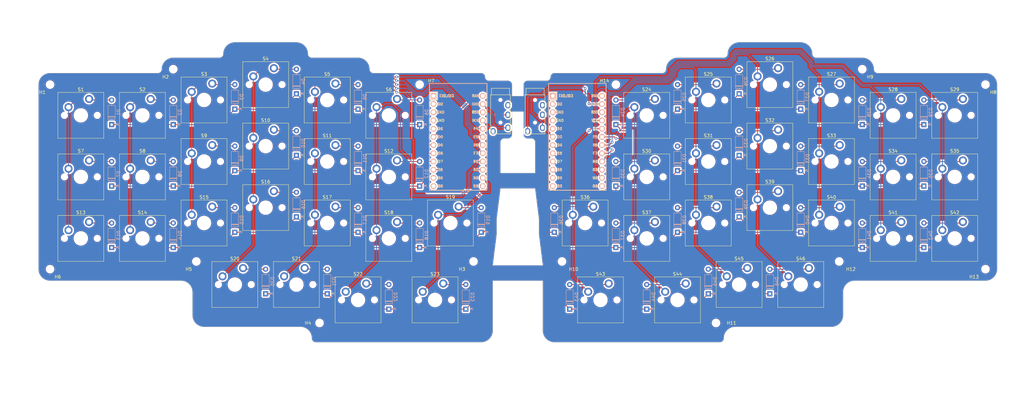
<source format=kicad_pcb>
(kicad_pcb (version 20221018) (generator pcbnew)
  (layers (0 "F.Cu" signal) (31 "B.Cu" signal) (34 "B.Paste" user) (35 "F.Paste" user) (36 "B.SilkS" user "B.Silkscreen") (37 "F.SilkS" user "F.Silkscreen") (38 "B.Mask" user) (39 "F.Mask" user) (44 "Edge.Cuts" user))
  (net 0 "")
  (net 1 "row_L0")
  (net 2 "Net-(D1-A)")
  (net 3 "Net-(D2-A)")
  (net 4 "Net-(D3-A)")
  (net 5 "Net-(D4-A)")
  (net 6 "Net-(D5-A)")
  (net 7 "Net-(D6-A)")
  (net 8 "row_L1")
  (net 9 "Net-(D7-A)")
  (net 10 "Net-(D8-A)")
  (net 11 "Net-(D9-A)")
  (net 12 "Net-(D10-A)")
  (net 13 "Net-(D11-A)")
  (net 14 "Net-(D12-A)")
  (net 15 "row_L2")
  (net 16 "Net-(D13-A)")
  (net 17 "Net-(D14-A)")
  (net 18 "Net-(D15-A)")
  (net 19 "Net-(D16-A)")
  (net 20 "Net-(D17-A)")
  (net 21 "Net-(D18-A)")
  (net 22 "Net-(D19-A)")
  (net 23 "row_L3")
  (net 24 "Net-(D20-A)")
  (net 25 "Net-(D21-A)")
  (net 26 "Net-(D22-A)")
  (net 27 "Net-(D23-A)")
  (net 28 "row_R0")
  (net 29 "Net-(D24-A)")
  (net 30 "Net-(D25-A)")
  (net 31 "Net-(D26-A)")
  (net 32 "Net-(D27-A)")
  (net 33 "Net-(D28-A)")
  (net 34 "Net-(D29-A)")
  (net 35 "row_R1")
  (net 36 "Net-(D30-A)")
  (net 37 "Net-(D31-A)")
  (net 38 "Net-(D32-A)")
  (net 39 "Net-(D33-A)")
  (net 40 "Net-(D34-A)")
  (net 41 "Net-(D35-A)")
  (net 42 "row_R2")
  (net 43 "Net-(D36-A)")
  (net 44 "Net-(D37-A)")
  (net 45 "Net-(D38-A)")
  (net 46 "Net-(D39-A)")
  (net 47 "Net-(D40-A)")
  (net 48 "Net-(D41-A)")
  (net 49 "Net-(D42-A)")
  (net 50 "row_R3")
  (net 51 "Net-(D43-A)")
  (net 52 "Net-(D44-A)")
  (net 53 "Net-(D45-A)")
  (net 54 "Net-(D46-A)")
  (net 55 "col_L0")
  (net 56 "col_L1")
  (net 57 "col_L2")
  (net 58 "col_L4")
  (net 59 "col_L3")
  (net 60 "col_L5")
  (net 61 "col_L6")
  (net 62 "col_R1")
  (net 63 "col_R2")
  (net 64 "col_R3")
  (net 65 "col_R4")
  (net 66 "col_R5")
  (net 67 "col_R6")
  (net 68 "col_R0")
  (net 74 "SCL_L")
  (net 78 "VCC_L")
  (net 80 "GND_L")
  (net 87 "SCL_R")
  (net 91 "VCC_R")
  (net 93 "GND_R")
  (footprint "ScottoKeebs_Components:TRRS_PJ-320A" (layer "F.Cu") (at 158.353125 26.975)
    (fp_text reference "U3")
    (fp_text value "TRRS")
  )
  (footprint "ScottoKeebs_MX:MX_PCB_1.00u" (layer "F.Cu") (at 241.673362 42.8625)
    (fp_text reference "S32")
    (fp_text value "Keyswitch")
  )
  (footprint "MountingHole:MountingHole_2.2mm_M2" (layer "F.Cu") (at 64.29375 78.58125)
    (fp_text reference "H5")
    (fp_text value "Mounting_Hole")
  )
  (footprint "ScottoKeebs_MX:MX_PCB_1.00u" (layer "F.Cu") (at 298.823362 52.3875)
    (fp_text reference "S35")
    (fp_text value "Keyswitch")
  )
  (footprint "ScottoKeebs_MX:MX_PCB_1.00u" (layer "F.Cu") (at 66.675 47.625)
    (fp_text reference "S9")
    (fp_text value "Keyswitch")
  )
  (footprint "ScottoKeebs_MX:MX_PCB_1.00u" (layer "F.Cu") (at 241.673362 23.8125)
    (fp_text reference "S26")
    (fp_text value "Keyswitch")
  )
  (footprint "MountingHole:MountingHole_2.2mm_M2" (layer "F.Cu") (at 19.05 23.8125)
    (fp_text reference "H1")
    (fp_text value "Mounting_Hole")
  )
  (footprint "ScottoKeebs_MX:MX_PCB_1.00u" (layer "F.Cu") (at 241.673362 61.9125)
    (fp_text reference "S39")
    (fp_text value "Keyswitch")
  )
  (footprint "ScottoKeebs_MX:MX_PCB_1.00u" (layer "F.Cu") (at 85.725 61.9125)
    (fp_text reference "S16")
    (fp_text value "Keyswitch")
  )
  (footprint "ScottoKeebs_MX:MX_PCB_1.50u" (layer "F.Cu") (at 189.285862 90.4875)
    (fp_text reference "S43")
    (fp_text value "Keyswitch")
  )
  (footprint "ScottoKeebs_MX:MX_PCB_1.00u" (layer "F.Cu") (at 28.575 71.4375)
    (fp_text reference "S13")
    (fp_text value "Keyswitch")
  )
  (footprint "ScottoKeebs_MX:MX_PCB_1.00u" (layer "F.Cu") (at 85.725 42.8625)
    (fp_text reference "S10")
    (fp_text value "Keyswitch")
  )
  (footprint "ScottoKeebs_MX:MX_PCB_1.00u" (layer "F.Cu") (at 47.625 33.3375)
    (fp_text reference "S2")
    (fp_text value "Keyswitch")
  )
  (footprint "MountingHole:MountingHole_2.2mm_M2" (layer "F.Cu") (at 177.379612 78.58125)
    (fp_text reference "H10")
    (fp_text value "Mounting_Hole")
  )
  (footprint "ScottoKeebs_MX:MX_PCB_1.00u" (layer "F.Cu") (at 104.775 66.675)
    (fp_text reference "S17")
    (fp_text value "Keyswitch")
  )
  (footprint "MountingHole:MountingHole_2.2mm_M2" (layer "F.Cu") (at 102.39375 97.63125)
    (fp_text reference "H4")
    (fp_text value "Mounting_Hole")
  )
  (footprint "ScottoKeebs_Components:TRRS_PJ-320A" (layer "F.Cu") (at 169.045237 26.975)
    (fp_text reference "U4")
    (fp_text value "TRRS")
  )
  (footprint "MountingHole:MountingHole_2.2mm_M2" (layer "F.Cu") (at 308.348362 80.9625)
    (fp_text reference "H13")
    (fp_text value "Mounting_Hole")
  )
  (footprint "ScottoKeebs_MX:MX_PCB_1.00u" (layer "F.Cu") (at 76.2 85.725)
    (fp_text reference "S20")
    (fp_text value "Keyswitch")
  )
  (footprint "ScottoKeebs_MX:MX_PCB_1.00u" (layer "F.Cu") (at 95.25 85.725)
    (fp_text reference "S21")
    (fp_text value "Keyswitch")
  )
  (footprint "MountingHole:MountingHole_2.2mm_M2" (layer "F.Cu") (at 308.348362 23.8125)
    (fp_text reference "H8")
    (fp_text value "Mounting_Hole")
  )
  (footprint "ScottoKeebs_MX:MX_PCB_1.00u" (layer "F.Cu") (at 279.773362 52.3875)
    (fp_text reference "S34")
    (fp_text value "Keyswitch")
  )
  (footprint "MountingHole:MountingHole_2.2mm_M2" (layer "F.Cu") (at 133.35 23.8125)
    (fp_text reference "H7")
    (fp_text value "Mounting_Hole")
  )
  (footprint "ScottoKeebs_MX:MX_PCB_1.00u" (layer "F.Cu") (at 203.573362 52.3875)
    (fp_text reference "S30")
    (fp_text value "Keyswitch")
  )
  (footprint "ScottoKeebs_MX:MX_PCB_1.00u" (layer "F.Cu") (at 279.773362 33.3375)
    (fp_text reference "S28")
    (fp_text value "Keyswitch")
  )
  (footprint "ScottoKeebs_MX:MX_PCB_1.00u" (layer "F.Cu") (at 123.825 33.3375)
    (fp_text reference "S6")
    (fp_text value "Keyswitch")
  )
  (footprint "ScottoKeebs_MX:MX_PCB_1.00u" (layer "F.Cu") (at 232.148362 85.725)
    (fp_text reference "S45")
    (fp_text value "Keyswitch")
  )
  (footprint "ScottoKeebs_MX:MX_PCB_1.00u" (layer "F.Cu") (at 123.825 71.4375)
    (fp_text reference "S18")
    (fp_text value "Keyswitch")
  )
  (footprint "ScottoKeebs_MX:MX_PCB_1.00u" (layer "F.Cu") (at 114.3 90.4875)
    (fp_text reference "S22")
    (fp_text value "Keyswitch")
  )
  (footprint "ScottoKeebs_MX:MX_PCB_1.00u" (layer "F.Cu") (at 279.773362 71.4375)
    (fp_text reference "S41")
    (fp_text value "Keyswitch")
  )
  (footprint "ScottoKeebs_MX:MX_PCB_1.00u" (layer "F.Cu") (at 298.823362 33.3375)
    (fp_text reference "S29")
    (fp_text value "Keyswitch")
  )
  (footprint "ScottoKeebs_MX:MX_PCB_1.00u" (layer "F.Cu") (at 66.675 28.575)
    (fp_text reference "S3")
    (fp_text value "Keyswitch")
  )
  (footprint "ScottoKeebs_MX:MX_PCB_1.50u" (layer "F.Cu") (at 138.1125 90.4875)
    (fp_text reference "S23")
    (fp_text value "Keyswitch")
  )
  (footprint "ScottoKeebs_MX:MX_PCB_1.00u" (layer "F.Cu") (at 104.775 28.575)
    (fp_text reference "S5")
    (fp_text value "Keyswitch")
  )
  (footprint "ScottoKeebs_MX:MX_PCB_1.00u" (layer "F.Cu") (at 213.098362 90.4875)
    (fp_text reference "S44")
    (fp_text value "Keyswitch")
  )
  (footprint "MountingHole:MountingHole_2.2mm_M2" (layer "F.Cu") (at 270.248362 19.05)
    (fp_text reference "H9")
    (fp_text value "Mounting_Hole")
  )
  (footprint "ScottoKeebs_MCU:Arduino_Pro_Micro" (layer "F.Cu") (at 145.25625 41.275)
    (fp_text reference "U1" hide)
    (fp_text value "Arduino_Pro_Micro" hide)
  )
  (footprint "ScottoKeebs_MX:MX_PCB_1.00u" (layer "F.Cu") (at 251.198362 85.725)
    (fp_text reference "S46")
    (fp_text value "Keyswitch")
  )
  (footprint "ScottoKeebs_MX:MX_PCB_1.00u" (layer "F.Cu") (at 298.823362 71.4375)
    (fp_text reference "S42")
    (fp_text value "Keyswitch")
  )
  (footprint "ScottoKeebs_MX:MX_PCB_1.00u" (layer "F.Cu") (at 104.775 47.625)
    (fp_text reference "S11")
    (fp_text value "Keyswitch")
  )
  (footprint "ScottoKeebs_MX:MX_PCB_1.00u" (layer "F.Cu") (at 142.875 66.675)
    (fp_text reference "S19")
    (fp_text value "Keyswitch")
  )
  (footprint "ScottoKeebs_MX:MX_PCB_1.00u" (layer "F.Cu") (at 260.723362 66.675)
    (fp_text reference "S40")
    (fp_text value "Keyswitch")
  )
  (footprint "ScottoKeebs_MX:MX_PCB_1.00u" (layer "F.Cu") (at 28.575 33.3375)
    (fp_text reference "S1")
    (fp_text value "Keyswitch")
  )
  (footprint "ScottoKeebs_MX:MX_PCB_1.00u" (layer "F.Cu") (at 123.825 52.3875)
    (fp_text reference "S12")
    (fp_text value "Keyswitch")
  )
  (footprint "ScottoKeebs_MX:MX_PCB_1.00u" (layer "F.Cu") (at 203.573362 71.4375)
    (fp_text reference "S37")
    (fp_text value "Keyswitch")
  )
  (footprint "ScottoKeebs_MX:MX_PCB_1.00u" (layer "F.Cu") (at 203.573362 33.3375)
    (fp_text reference "S24")
    (fp_text value "Keyswitch")
  )
  (footprint "ScottoKeebs_MX:MX_PCB_1.00u" (layer "F.Cu") (at 222.623362 28.575)
    (fp_text reference "S25")
    (fp_text value "Keyswitch")
  )
  (footprint "MountingHole:MountingHole_2.2mm_M2" (layer "F.Cu") (at 150.01875 78.58125)
    (fp_text reference "H3")
    (fp_text value "Mounting_Hole")
  )
  (footprint "MountingHole:MountingHole_2.2mm_M2" (layer "F.Cu") (at 225.004612 97.63125)
    (fp_text reference "H11")
    (fp_text value "Mounting_Hole")
  )
  (footprint "ScottoKeebs_MX:MX_PCB_1.00u" (layer "F.Cu") (at 260.723362 47.625)
    (fp_text reference "S33")
    (fp_text value "Keyswitch")
  )
  (footprint "MountingHole:MountingHole_2.2mm_M2" (layer "F.Cu") (at 57.15 19.05)
    (fp_text reference "H2")
    (fp_text value "Mounting_Hole")
  )
  (footprint "ScottoKeebs_MX:MX_PCB_1.00u" (layer "F.Cu") (at 222.623362 66.675)
    (fp_text reference "S38")
    (fp_text value "Keyswitch")
  )
  (footprint "ScottoKeebs_MX:MX_PCB_1.00u" (layer "F.Cu") (at 28.575 52.3875)
    (fp_text reference "S7")
    (fp_text value "Keyswitch")
  )
  (footprint "ScottoKeebs_MX:MX_PCB_1.00u" (layer "F.Cu") (at 184.523362 66.675)
    (fp_text reference "S36")
    (fp_text value "Keyswitch")
  )
  (footprint "MountingHole:MountingHole_2.2mm_M2" (layer "F.Cu") (at 19.05 80.9625)
    (fp_text reference "H6")
    (fp_text value "Mounting_Hole")
  )
  (footprint "ScottoKeebs_MX:MX_PCB_1.00u" (layer "F.Cu") (at 222.623362 47.625)
    (fp_text reference "S31")
    (fp_text value "Keyswitch")
  )
  (footprint "ScottoKeebs_MX:MX_PCB_1.00u" (layer "F.Cu") (at 85.725 23.8125)
    (fp_text reference "S4")
    (fp_text value "Keyswitch")
  )
  (footprint "ScottoKeebs_MX:MX_PCB_1.00u" (layer "F.Cu") (at 260.723362 28.575)
    (fp_text reference "S27")
    (fp_text value "Keyswitch")
  )
  (footprint "ScottoKeebs_MX:MX_PCB_1.00u" (layer "F.Cu") (at 47.625 71.4375)
    (fp_text reference "S14")
    (fp_text value "Keyswitch")
  )
  (footprint "ScottoKeebs_MCU:Arduino_Pro_Micro" (layer "F.Cu") (at 182.142112 41.275)
    (fp_text reference "U2" hide)
    (fp_text value "Arduino_Pro_Micro" hide)
  )
  (footprint "MountingHole:MountingHole_2.2mm_M2" (layer "F.Cu") (at 263.104612 78.58125)
    (fp_text reference "H12")
    (fp_text value "Mounting_Hole")
  )
  (footprint "ScottoKeebs_MX:MX_PCB_1.00u" (layer "F.Cu") (at 66.675 66.675)
    (fp_text reference "S15")
    (fp_text value "Keyswitch")
  )
  (footprint "ScottoKeebs_MX:MX_PCB_1.00u" (layer "F.Cu") (at 47.625 52.3875)
    (fp_text reference "S8")
    (fp_text value "Keyswitch")
  )
  (footprint "MountingHole:MountingHole_2.2mm_M2" (layer "F.Cu") (at 194.048362 23.8125)
    (fp_text reference "H14")
    (fp_text value "Mounting_Hole")
  )
  (footprint "ScottoKeebs_Components:Diode_DO-35" (layer "B.Cu") (at 203.573362 93.345 90)
    (fp_text reference "D44")
    (fp_text value "Diode")
  )
  (footprint "ScottoKeebs_Components:Diode_DO-35" (layer "B.Cu") (at 232.148362 26.67 90)
    (fp_text reference "D26")
    (fp_text value "Diode")
  )
  (footprint "ScottoKeebs_Components:Diode_DO-35" (layer "B.Cu") (at 270.248362 36.195 90)
    (fp_text reference "D28")
    (fp_text value "Diode")
  )
  (footprint "ScottoKeebs_Components:Diode_DO-35" (layer "B.Cu") (at 213.098362 31.4325 90)
    (fp_text reference "D25")
    (fp_text value "Diode")
  )
  (footprint "ScottoKeebs_Components:Diode_DO-35" (layer "B.Cu") (at 133.35 36.195 90)
    (fp_text reference "D6")
    (fp_text value "Diode")
  )
  (footprint "ScottoKeebs_Components:Diode_DO-35" (layer "B.Cu") (at 289.298362 55.245 90)
    (fp_text reference "D35")
    (fp_text value "Diode")
  )
  (footprint "ScottoKeebs_Components:Diode_DO-35" (layer "B.Cu") (at 251.198362 31.4325 90)
    (fp_text reference "D27")
    (fp_text value "Diode")
  )
  (footprint "ScottoKeebs_Components:Diode_DO-35" (layer "B.Cu") (at 38.1 36.195 90)
    (fp_text reference "D1")
    (fp_text value "Diode")
  )
  (footprint "ScottoKeebs_Components:Diode_DO-35" (layer "B.Cu") (at 38.1 55.245 90)
    (fp_text reference "D7")
    (fp_text value "Diode")
  )
  (footprint "ScottoKeebs_Components:Diode_DO-35" (layer "B.Cu") (at 270.248362 55.245 90)
    (fp_text reference "D34")
    (fp_text value "Diode")
  )
  (footprint "ScottoKeebs_Components:Diode_DO-35" (layer "B.Cu") (at 222.623362 88.5825 90)
    (fp_text reference "D45")
    (fp_text value "Diode")
  )
  (footprint "ScottoKeebs_Components:Diode_DO-35" (layer "B.Cu") (at 232.148362 64.77 90)
    (fp_text reference "D39")
    (fp_text value "Diode")
  )
  (footprint "ScottoKeebs_Components:Diode_DO-35" (layer "B.Cu") (at 76.2 31.4325 90)
    (fp_text reference "D3")
    (fp_text value "Diode")
  )
  (footprint "ScottoKeebs_Components:Diode_DO-35" (layer "B.Cu") (at 147.6375 93.345 90)
    (fp_text reference "D23")
    (fp_text value "Diode")
  )
  (footprint "ScottoKeebs_Components:Diode_DO-35" (layer "B.Cu") (at 194.048362 74.295 90)
    (fp_text reference "D37")
    (fp_text value "Diode")
  )
  (footprint "ScottoKeebs_Components:Diode_DO-35" (layer "B.Cu") (at 114.3 69.5325 90)
    (fp_text reference "D17")
    (fp_text value "Diode")
  )
  (footprint "ScottoKeebs_Components:Diode_DO-35" (layer "B.Cu") (at 241.673362 88.5825 90)
    (fp_text reference "D46")
    (fp_text value "Diode")
  )
  (footprint "ScottoKeebs_Components:Diode_DO-35" (layer "B.Cu") (at 251.198362 69.5325 90)
    (fp_text reference "D40")
    (fp_text value "Diode")
  )
  (footprint "ScottoKeebs_Components:Diode_DO-35" (layer "B.Cu") (at 213.098362 50.4825 90)
    (fp_text reference "D31")
    (fp_text value "Diode")
  )
  (footprint "ScottoKeebs_Components:Diode_DO-35" (layer "B.Cu") (at 38.1 74.295 90)
    (fp_text reference "D13")
    (fp_text value "Diode")
  )
  (footprint "ScottoKeebs_Components:Diode_DO-35" (layer "B.Cu") (at 289.298362 74.295 90)
    (fp_text reference "D42")
    (fp_text value "Diode")
  )
  (footprint "ScottoKeebs_Components:Diode_DO-35" (layer "B.Cu") (at 174.998362 69.5325 90)
    (fp_text reference "D36")
    (fp_text value "Diode")
  )
  (footprint "ScottoKeebs_Components:Diode_DO-35" (layer "B.Cu") (at 95.25 64.77 90)
    (fp_text reference "D16")
    (fp_text value "Diode")
  )
  (footprint "ScottoKeebs_Components:Diode_DO-35" (layer "B.Cu") (at 251.198362 50.4825 90)
    (fp_text reference "D33")
    (fp_text value "Diode")
  )
  (footprint "ScottoKeebs_Components:Diode_DO-35" (layer "B.Cu") (at 194.048362 55.245 90)
    (fp_text reference "D30")
    (fp_text value "Diode")
  )
  (footprint "ScottoKeebs_Components:Diode_DO-35" (layer "B.Cu") (at 85.725 88.5825 90)
    (fp_text reference "D20")
    (fp_text value "Diode")
  )
  (footprint "ScottoKeebs_Components:Diode_DO-35" (layer "B.Cu") (at 95.25 26.67 90)
    (fp_text reference "D4")
    (fp_text value "Diode")
  )
  (footprint "ScottoKeebs_Components:Diode_DO-35" (layer "B.Cu") (at 114.3 31.4325 90)
    (fp_text reference "D5")
    (fp_text value "Diode")
  )
  (footprint "ScottoKeebs_Components:Diode_DO-35" (layer "B.Cu") (at 213.098362 69.5325 90)
    (fp_text reference "D38")
    (fp_text value "Diode")
  )
  (footprint "ScottoKeebs_Components:Diode_DO-35" (layer "B.Cu") (at 133.35 74.295 90)
    (fp_text reference "D18")
    (fp_text value "Diode")
  )
  (footprint "ScottoKeebs_Components:Diode_DO-35" (layer "B.Cu") (at 76.2 50.4825 90)
    (fp_text reference "D9")
    (fp_text value "Diode")
  )
  (footprint "ScottoKeebs_Components:Diode_DO-35" (layer "B.Cu") (at 76.2 69.5325 90)
    (fp_text reference "D15")
    (fp_text value "Diode")
  )
  (footprint "ScottoKeebs_Components:Diode_DO-35" (layer "B.Cu") (at 232.148362 45.72 90)
    (fp_text reference "D32")
    (fp_text value "Diode")
  )
  (footprint "ScottoKeebs_Components:Diode_DO-35" (layer "B.Cu") (at 133.35 55.245 90)
    (fp_text reference "D12")
    (fp_text value "Diode")
  )
  (footprint "ScottoKeebs_Components:Diode_DO-35" (layer "B.Cu") (at 152.4 69.5325 90)
    (fp_text reference "D19")
    (fp_text value "Diode")
  )
  (footprint "ScottoKeebs_Components:Diode_DO-35" (layer "B.Cu") (at 270.248362 74.295 90)
    (fp_text reference "D41")
    (fp_text value "Diode")
  )
  (footprint "ScottoKeebs_Components:Diode_DO-35" (layer "B.Cu") (at 57.15 36.195 90)
    (fp_text reference "D2")
    (fp_text value "Diode")
  )
  (footprint "ScottoKeebs_Components:Diode_DO-35" (layer "B.Cu") (at 104.775 88.5825 90)
    (fp_text reference "D21")
    (fp_text value "Diode")
  )
  (footprint "ScottoKeebs_Components:Diode_DO-35" (layer "B.Cu") (at 179.760862 93.345 90)
    (fp_text reference "D43")
    (fp_text value "Diode")
  )
  (footprint "ScottoKeebs_Components:Diode_DO-35" (layer "B.Cu") (at 57.15 74.295 90)
    (fp_text reference "D14")
    (fp_text value "Diode")
  )
  (footprint "ScottoKeebs_Components:Diode_DO-35" (layer "B.Cu") (at 194.048362 36.195 90)
    (fp_text reference "D24")
    (fp_text value "Diode")
  )
  (footprint "ScottoKeebs_Components:Diode_DO-35" (layer "B.Cu") (at 57.15 55.245 90)
    (fp_text reference "D8")
    (fp_text value "Diode")
  )
  (footprint "ScottoKeebs_Components:Diode_DO-35" (layer "B.Cu") (at 114.3 50.4825 90)
    (fp_text reference "D11")
    (fp_text value "Diode")
  )
  (footprint "ScottoKeebs_Components:Diode_DO-35" (layer "B.Cu") (at 123.825 93.345 90)
    (fp_text reference "D22")
    (fp_text value "Diode")
  )
  (footprint "ScottoKeebs_Components:Diode_DO-35" (layer "B.Cu") (at 95.25 45.72 90)
    (fp_text reference "D10")
    (fp_text value "Diode")
  )
  (footprint "ScottoKeebs_Components:Diode_DO-35" (layer "B.Cu") (at 289.298362 36.195 90)
    (fp_text reference "D29")
    (fp_text value "Diode")
  )
  (gr_line (start 175.021875 20.240625) (end 208.359375 20.240625) (stroke (width 0.1)) (layer "Edge.Cuts"))
  (gr_arc (start 119.0625 20.240625) (mid 118.220601 19.891899) (end 117.871875 19.05) (stroke (width 0.1)) (layer "Edge.Cuts"))
  (gr_line (start 165.496875 27.384375) (end 165.496875 23.8125) (stroke (width 0.1)) (layer "Edge.Cuts"))
  (gr_arc (start 66.675 98.821875) (mid 64.149303 97.775697) (end 63.103125 95.25) (stroke (width 0.1)) (layer "Edge.Cuts"))
  (gr_line (start 311.94375 78.58125) (end 311.94375 23.8125) (stroke (width 0.1)) (layer "Edge.Cuts"))
  (gr_line (start 165.496875 32.146875) (end 165.496875 39.290625) (stroke (width 0.1)) (layer "Edge.Cuts"))
  (gr_line (start 264.31875 95.25) (end 264.31875 88.10625) (stroke (width 0.1)) (layer "Edge.Cuts"))
  (gr_arc (start 53.578125 19.05) (mid 53.229399 19.891899) (end 52.3875 20.240625) (stroke (width 0.1)) (layer "Edge.Cuts"))
  (gr_line (start 158.353125 51.196875) (end 169.06875 51.196875) (stroke (width 0.1)) (layer "Edge.Cuts"))
  (gr_arc (start 264.31875 88.10625) (mid 265.36493 85.580556) (end 267.890625 84.534375) (stroke (width 0.1)) (layer "Edge.Cuts"))
  (gr_line (start 157.1625 70.246875) (end 155.971875 79.771875) (stroke (width 0.1)) (layer "Edge.Cuts"))
  (gr_line (start 19.05 84.534375) (end 57.15 84.534375) (stroke (width 0.1)) (layer "Edge.Cuts"))
  (gr_line (start 161.925 23.8125) (end 161.925 27.384375) (stroke (width 0.1)) (layer "Edge.Cuts"))
  (gr_arc (start 15.478125 23.8125) (mid 16.524303 21.286803) (end 19.05 20.240625) (stroke (width 0.1)) (layer "Edge.Cuts"))
  (gr_line (start 19.05 20.240625) (end 52.3875 20.240625) (stroke (width 0.1)) (layer "Edge.Cuts"))
  (gr_line (start 171.45 79.771875) (end 170.259375 70.246875) (stroke (width 0.1)) (layer "Edge.Cuts"))
  (gr_line (start 154.78125 22.621875) (end 160.734375 22.621875) (stroke (width 0.1)) (layer "Edge.Cuts"))
  (gr_line (start 161.925 32.146875) (end 165.496875 32.146875) (stroke (width 0.1)) (layer "Edge.Cuts"))
  (gr_arc (start 227.409375 102.39375) (mid 228.455543 99.868028) (end 230.98125 98.821875) (stroke (width 0.1)) (layer "Edge.Cuts"))
  (gr_arc (start 175.021875 103.584375) (mid 172.496187 102.538196) (end 171.45 100.0125) (stroke (width 0.1)) (layer "Edge.Cuts"))
  (gr_line (start 66.675 98.821875) (end 96.440625 98.821875) (stroke (width 0.1)) (layer "Edge.Cuts"))
  (gr_line (start 166.6875 22.621875) (end 172.640625 22.621875) (stroke (width 0.1)) (layer "Edge.Cuts"))
  (gr_arc (start 167.878125 40.48125) (mid 168.720024 40.829976) (end 169.06875 41.671875) (stroke (width 0.1)) (layer "Edge.Cuts"))
  (gr_arc (start 160.734375 22.621875) (mid 161.576274 22.970601) (end 161.925 23.8125) (stroke (width 0.1)) (layer "Edge.Cuts"))
  (gr_line (start 76.2 10.715625) (end 95.25 10.715625) (stroke (width 0.1)) (layer "Edge.Cuts"))
  (gr_line (start 169.06875 55.959375) (end 158.353125 55.959375) (stroke (width 0.1)) (layer "Edge.Cuts"))
  (gr_arc (start 96.440625 98.821875) (mid 98.966322 99.868053) (end 100.0125 102.39375) (stroke (width 0.1)) (layer "Edge.Cuts"))
  (gr_arc (start 308.371875 20.240625) (mid 310.897572 21.286803) (end 311.94375 23.8125) (stroke (width 0.1)) (layer "Edge.Cuts"))
  (gr_line (start 170.259375 65.484375) (end 169.06875 55.959375) (stroke (width 0.1)) (layer "Edge.Cuts"))
  (gr_arc (start 227.409375 102.39375) (mid 227.060639 103.235624) (end 226.21875 103.584375) (stroke (width 0.1)) (layer "Edge.Cuts"))
  (gr_line (start 232.171875 10.715625) (end 251.221875 10.715625) (stroke (width 0.1)) (layer "Edge.Cuts"))
  (gr_line (start 275.034375 20.240625) (end 308.371875 20.240625) (stroke (width 0.1)) (layer "Edge.Cuts"))
  (gr_arc (start 251.221875 10.715625) (mid 253.747574 11.761803) (end 254.79375 14.2875) (stroke (width 0.1)) (layer "Edge.Cuts"))
  (gr_arc (start 228.6 14.2875) (mid 228.251283 15.129415) (end 227.409375 15.478125) (stroke (width 0.1)) (layer "Edge.Cuts"))
  (gr_arc (start 161.925 39.290625) (mid 161.576274 40.132524) (end 160.734375 40.48125) (stroke (width 0.1)) (layer "Edge.Cuts"))
  (gr_arc (start 166.6875 40.48125) (mid 165.845601 40.132524) (end 165.496875 39.290625) (stroke (width 0.1)) (layer "Edge.Cuts"))
  (gr_line (start 213.121875 15.478125) (end 215.503125 15.478125) (stroke (width 0.1)) (layer "Edge.Cuts"))
  (gr_line (start 175.021875 103.584375) (end 226.21875 103.584375) (stroke (width 0.1)) (layer "Edge.Cuts"))
  (gr_line (start 63.103125 88.10625) (end 63.103125 95.25) (stroke (width 0.1)) (layer "Edge.Cuts"))
  (gr_arc (start 95.25 10.715625) (mid 97.775697 11.761803) (end 98.821875 14.2875) (stroke (width 0.1)) (layer "Edge.Cuts"))
  (gr_arc (start 158.353125 41.671875) (mid 158.701851 40.829976) (end 159.54375 40.48125) (stroke (width 0.1)) (layer "Edge.Cuts"))
  (gr_line (start 230.98125 98.821875) (end 260.746875 98.821875) (stroke (width 0.1)) (layer "Edge.Cuts"))
  (gr_arc (start 154.78125 22.621875) (mid 153.939351 22.273149) (end 153.590625 21.43125) (stroke (width 0.1)) (layer "Edge.Cuts"))
  (gr_line (start 161.925 39.290625) (end 161.925 32.146875) (stroke (width 0.1)) (layer "Edge.Cuts"))
  (gr_arc (start 270.271875 15.478125) (mid 272.797574 16.524303) (end 273.84375 19.05) (stroke (width 0.1)) (layer "Edge.Cuts"))
  (gr_line (start 166.6875 40.48125) (end 167.878125 40.48125) (stroke (width 0.1)) (layer "Edge.Cuts"))
  (gr_line (start 171.45 84.534375) (end 171.45 100.0125) (stroke (width 0.1)) (layer "Edge.Cuts"))
  (gr_line (start 215.503125 15.478125) (end 227.409375 15.478125) (stroke (width 0.1)) (layer "Edge.Cuts"))
  (gr_line (start 155.971875 79.771875) (end 171.45 79.771875) (stroke (width 0.1)) (layer "Edge.Cuts"))
  (gr_line (start 119.0625 20.240625) (end 152.4 20.240625) (stroke (width 0.1)) (layer "Edge.Cuts"))
  (gr_line (start 171.45 84.534375) (end 155.971875 84.534375) (stroke (width 0.1)) (layer "Edge.Cuts"))
  (gr_line (start 15.478125 78.58125) (end 15.478125 80.9625) (stroke (width 0.1)) (layer "Edge.Cuts"))
  (gr_arc (start 165.496875 23.8125) (mid 165.845611 22.970626) (end 166.6875 22.621875) (stroke (width 0.1)) (layer "Edge.Cuts"))
  (gr_arc (start 173.83125 21.43125) (mid 173.482518 22.273151) (end 172.640625 22.621875) (stroke (width 0.1)) (layer "Edge.Cuts"))
  (gr_line (start 270.271875 84.534375) (end 308.371875 84.534375) (stroke (width 0.1)) (layer "Edge.Cuts"))
  (gr_arc (start 209.55 19.05) (mid 210.596187 16.524319) (end 213.121875 15.478125) (stroke (width 0.1)) (layer "Edge.Cuts"))
  (gr_arc (start 53.578125 19.05) (mid 54.624303 16.524303) (end 57.15 15.478125) (stroke (width 0.1)) (layer "Edge.Cuts"))
  (gr_arc (start 59.53125 84.534375) (mid 62.056947 85.580553) (end 63.103125 88.10625) (stroke (width 0.1)) (layer "Edge.Cuts"))
  (gr_line (start 155.971875 100.0125) (end 155.971875 84.534375) (stroke (width 0.1)) (layer "Edge.Cuts"))
  (gr_line (start 255.984375 15.478125) (end 270.271875 15.478125) (stroke (width 0.1)) (layer "Edge.Cuts"))
  (gr_line (start 158.353125 51.196875) (end 158.353125 41.671875) (stroke (width 0.1)) (layer "Edge.Cuts"))
  (gr_arc (start 311.94375 80.9625) (mid 310.897572 83.488197) (end 308.371875 84.534375) (stroke (width 0.1)) (layer "Edge.Cuts"))
  (gr_arc (start 72.628125 14.2875) (mid 72.279399 15.129399) (end 71.4375 15.478125) (stroke (width 0.1)) (layer "Edge.Cuts"))
  (gr_line (start 57.15 15.478125) (end 71.4375 15.478125) (stroke (width 0.1)) (layer "Edge.Cuts"))
  (gr_arc (start 19.05 84.534375) (mid 16.524303 83.488197) (end 15.478125 80.9625) (stroke (width 0.1)) (layer "Edge.Cuts"))
  (gr_line (start 100.0125 15.478125) (end 111.91875 15.478125) (stroke (width 0.1)) (layer "Edge.Cuts"))
  (gr_line (start 311.94375 80.9625) (end 311.94375 78.58125) (stroke (width 0.1)) (layer "Edge.Cuts"))
  (gr_line (start 101.203125 103.584375) (end 152.4 103.584375) (stroke (width 0.1)) (layer "Edge.Cuts"))
  (gr_arc (start 155.971875 100.0125) (mid 154.925697 102.538197) (end 152.4 103.584375) (stroke (width 0.1)) (layer "Edge.Cuts"))
  (gr_line (start 57.15 84.534375) (end 59.53125 84.534375) (stroke (width 0.1)) (layer "Edge.Cuts"))
  (gr_arc (start 275.034375 20.240625) (mid 274.192485 19.891897) (end 273.84375 19.05) (stroke (width 0.1)) (layer "Edge.Cuts"))
  (gr_line (start 157.1625 65.484375) (end 157.1625 70.246875) (stroke (width 0.1)) (layer "Edge.Cuts"))
  (gr_line (start 169.06875 41.671875) (end 169.06875 51.196875) (stroke (width 0.1)) (layer "Edge.Cuts"))
  (gr_arc (start 114.3 15.478125) (mid 116.825697 16.524303) (end 117.871875 19.05) (stroke (width 0.1)) (layer "Edge.Cuts"))
  (gr_arc (start 173.83125 21.43125) (mid 174.179967 20.589335) (end 175.021875 20.240625) (stroke (width 0.1)) (layer "Edge.Cuts"))
  (gr_arc (start 209.55 19.05) (mid 209.201283 19.891915) (end 208.359375 20.240625) (stroke (width 0.1)) (layer "Edge.Cuts"))
  (gr_arc (start 228.6 14.2875) (mid 229.646187 11.761819) (end 232.171875 10.715625) (stroke (width 0.1)) (layer "Edge.Cuts"))
  (gr_line (start 267.890625 84.534375) (end 270.271875 84.534375) (stroke (width 0.1)) (layer "Edge.Cuts"))
  (gr_line (start 111.91875 15.478125) (end 114.3 15.478125) (stroke (width 0.1)) (layer "Edge.Cuts"))
  (gr_arc (start 100.0125 15.478125) (mid 99.170601 15.129399) (end 98.821875 14.2875) (stroke (width 0.1)) (layer "Edge.Cuts"))
  (gr_arc (start 101.203125 103.584375) (mid 100.361226 103.235649) (end 100.0125 102.39375) (stroke (width 0.1)) (layer "Edge.Cuts"))
  (gr_line (start 158.353125 55.959375) (end 157.1625 65.484375) (stroke (width 0.1)) (layer "Edge.Cuts"))
  (gr_arc (start 152.4 20.240625) (mid 153.241899 20.589351) (end 153.590625 21.43125) (stroke (width 0.1)) (layer "Edge.Cuts"))
  (gr_line (start 161.925 27.384375) (end 165.496875 27.384375) (stroke (width 0.1)) (layer "Edge.Cuts"))
  (gr_line (start 15.478125 23.8125) (end 15.478125 78.58125) (stroke (width 0.1)) (layer "Edge.Cuts"))
  (gr_line (start 160.734375 40.48125) (end 159.54375 40.48125) (stroke (width 0.1)) (layer "Edge.Cuts"))
  (gr_line (start 170.259375 70.246875) (end 170.259375 65.484375) (stroke (width 0.1)) (layer "Edge.Cuts"))
  (gr_arc (start 255.984375 15.478125) (mid 255.142485 15.129397) (end 254.79375 14.2875) (stroke (width 0.1)) (layer "Edge.Cuts"))
  (gr_arc (start 264.31875 95.25) (mid 263.272581 97.775713) (end 260.746875 98.821875) (stroke (width 0.1)) (layer "Edge.Cuts"))
  (gr_arc (start 72.628125 14.2875) (mid 73.674303 11.761803) (end 76.2 10.715625) (stroke (width 0.1)) (layer "Edge.Cuts"))
  (segment (start 95.25 26.67) (end 100.0125 31.4325) (width 0.25) (layer "F.Cu") (net 1))
  (segment (start 100.0125 31.4325) (end 114.3 31.4325) (width 0.25) (layer "F.Cu") (net 1))
  (segment (start 90.4875 31.4325) (end 95.25 26.67) (width 0.25) (layer "F.Cu") (net 1))
  (segment (start 135.41375 42.545) (end 137.63625 42.545) (width 0.25) (layer "F.Cu") (net 1))
  (segment (start 114.3 31.4325) (end 119.0625 36.195) (width 0.25) (layer "F.Cu") (net 1))
  (segment (start 57.15 36.195) (end 71.4375 36.195) (width 0.25) (layer "F.Cu") (net 1))
  (segment (start 133.35 36.195) (end 133.35 40.48125) (width 0.25) (layer "F.Cu") (net 1))
  (segment (start 119.0625 36.195) (end 133.35 36.195) (width 0.25) (layer "F.Cu") (net 1))
  (segment (start 38.1 36.195) (end 57.15 36.195) (width 0.25) (layer "F.Cu") (net 1))
  (segment (start 76.2 31.4325) (end 90.4875 31.4325) (width 0.25) (layer "F.Cu") (net 1))
  (segment (start 133.35 40.48125) (end 135.41375 42.545) (width 0.25) (layer "F.Cu") (net 1))
  (segment (start 71.4375 36.195) (end 76.2 31.4325) (width 0.25) (layer "F.Cu") (net 1))
  (segment (start 31.4325 28.575) (end 31.115 28.2575) (width 0.25) (layer "F.Cu") (net 2))
  (segment (start 38.1 28.575) (end 31.4325 28.575) (width 0.25) (layer "F.Cu") (net 2))
  (segment (start 57.15 28.575) (end 50.4825 28.575) (width 0.25) (layer "F.Cu") (net 3))
  (segment (start 50.4825 28.575) (end 50.165 28.2575) (width 0.25) (layer "F.Cu") (net 3))
  (segment (start 69.5325 23.8125) (end 69.215 23.495) (width 0.25) (layer "F.Cu") (net 4))
  (segment (start 76.2 23.8125) (end 69.5325 23.8125) (width 0.25) (layer "F.Cu") (net 4))
  (segment (start 95.25 19.05) (end 88.5825 19.05) (width 0.25) (layer "F.Cu") (net 5))
  (segment (start 88.5825 19.05) (end 88.265 18.7325) (width 0.25) (layer "F.Cu") (net 5))
  (segment (start 107.6325 23.8125) (end 107.315 23.495) (width 0.25) (layer "F.Cu") (net 6))
  (segment (start 114.3 23.8125) (end 107.6325 23.8125) (width 0.25) (layer "F.Cu") (net 6))
  (segment (start 133.35 28.575) (end 126.6825 28.575) (width 0.25) (layer "F.Cu") (net 7))
  (segment (start 126.6825 28.575) (end 126.365 28.2575) (width 0.25) (layer "F.Cu") (net 7))
  (segment (start 133.35 55.245) (end 119.0625 55.245) (width 0.25) (layer "F.Cu") (net 8))
  (segment (start 135.28125 45.69375) (end 135.89 45.085) (width 0.25) (layer "F.Cu") (net 8))
  (segment (start 76.2 50.4825) (end 90.4875 50.4825) (width 0.25) (layer "F.Cu") (net 8))
  (segment (start 71.4375 55.245) (end 76.2 50.4825) (width 0.25) (layer "F.Cu") (net 8))
  (segment (start 90.4875 50.4825) (end 95.25 45.72) (width 0.25) (layer "F.Cu") (net 8))
  (segment (start 135.28125 53.31375) (end 135.28125 45.69375) (width 0.25) (layer "F.Cu") (net 8))
  (segment (start 135.89 45.085) (end 137.63625 45.085) (width 0.25) (layer "F.Cu") (net 8))
  (segment (start 100.0125 50.4825) (end 95.25 45.72) (width 0.25) (layer "F.Cu") (net 8))
  (segment (start 57.15 55.245) (end 71.4375 55.245) (width 0.25) (layer "F.Cu") (net 8))
  (segment (start 119.0625 55.245) (end 114.3 50.4825) (width 0.25) (layer "F.Cu") (net 8))
  (segment (start 133.35 55.245) (end 135.28125 53.31375) (width 0.25) (layer "F.Cu") (net 8))
  (segment (start 38.1 55.245) (end 57.15 55.245) (width 0.25) (layer "F.Cu") (net 8))
  (segment (start 114.3 50.4825) (end 100.0125 50.4825) (width 0.25) (layer "F.Cu") (net 8))
  (segment (start 31.4325 47.625) (end 31.115 47.3075) (width 0.25) (layer "F.Cu") (net 9))
  (segment (start 38.1 47.625) (end 31.4325 47.625) (width 0.25) (layer "F.Cu") (net 9))
  (segment (start 57.15 47.625) (end 50.4825 47.625) (width 0.25) (layer "F.Cu") (net 10))
  (segment (start 50.4825 47.625) (end 50.165 47.3075) (width 0.25) (layer "F.Cu") (net 10))
  (segment (start 76.2 42.8625) (end 69.5325 42.8625) (width 0.25) (layer "F.Cu") (net 11))
  (segment (start 69.5325 42.8625) (end 69.215 42.545) (width 0.25) (layer "F.Cu") (net 11))
  (segment (start 95.25 38.1) (end 88.5825 38.1) (width 0.25) (layer "F.Cu") (net 12))
  (segment (start 88.5825 38.1) (end 88.265 37.7825) (width 0.25) (layer "F.Cu") (net 12))
  (segment (start 107.6325 42.8625) (end 107.315 42.545) (width 0.25) (layer "F.Cu") (net 13))
  (segment (start 114.3 42.8625) (end 107.6325 42.8625) (width 0.25) (layer "F.Cu") (net 13))
  (segment (start 133.35 47.625) (end 126.6825 47.625) (width 0.25) (layer "F.Cu") (net 14))
  (segment (start 126.6825 47.625) (end 126.365 47.3075) (width 0.25) (layer "F.Cu") (net 14))
  (segment (start 71.4375 74.295) (end 76.2 69.5325) (width 0.25) (layer "F.Cu") (net 15))
  (segment (start 100.0125 69.5325) (end 114.3 69.5325) (width 0.25) (layer "F.Cu") (net 15))
  (segment (start 135.73125 57.15) (end 135.73125 47.625) (width 0.25) (layer "F.Cu") (net 15))
  (segment (start 154.33125 60.908271) (end 150.572979 57.15) (width 0.25) (layer "F.Cu") (net 15))
  (segment (start 152.4 69.5325) (end 153.2 69.5325) (width 0.25) (layer "F.Cu") (net 15))
  (segment (start 153.2 69.5325) (end 154.33125 68.40125) (width 0.25) (layer "F.Cu") (net 15))
  (segment (start 76.2 69.5325) (end 90.4875 69.5325) (width 0.25) (layer "F.Cu") (net 15))
  (segment (start 135.73125 47.625) (end 137.63625 47.625) (width 0.25) (layer "F.Cu") (net 15))
  (segment (start 154.33125 68.40125) (end 154.33125 60.908271) (width 0.25) (layer "F.Cu") (net 15))
  (segment (start 57.15 74.295) (end 71.4375 74.295) (width 0.25) (layer "F.Cu") (net 15))
  (segment (start 90.4875 69.5325) (end 95.25 64.77) (width 0.25) (layer "F.Cu") (net 15))
  (segment (start 147.6375 74.295) (end 152.4 69.5325) (width 0.25) (layer "F.Cu") (net 15))
  (segment (start 114.3 69.5325) (end 119.0625 74.295) (width 0.25) (layer "F.Cu") (net 15))
  (segment (start 119.0625 74.295) (end 133.35 74.295) (width 0.25) (layer "F.Cu") (net 15))
  (segment (start 133.35 74.295) (end 147.6375 74.295) (width 0.25) (layer "F.Cu") (net 15))
  (segment (start 38.1 74.295) (end 57.15 74.295) (width 0.25) (layer "F.Cu") (net 15))
  (segment (start 95.25 64.77) (end 100.0125 69.5325) (width 0.25) (layer "F.Cu") (net 15))
  (segment (start 150.572979 57.15) (end 135.73125 57.15) (width 0.25) (layer "F.Cu") (net 15))
  (segment (start 31.4325 66.675) (end 31.115 66.3575) (width 0.25) (layer "F.Cu") (net 16))
  (segment (start 38.1 66.675) (end 31.4325 66.675) (width 0.25) (layer "F.Cu") (net 16))
  (segment (start 50.4825 66.675) (end 50.165 66.3575) (width 0.25) (layer "F.Cu") (net 17))
  (segment (start 57.15 66.675) (end 50.4825 66.675) (width 0.25) (layer "F.Cu") (net 17))
  (segment (start 76.2 61.9125) (end 69.5325 61.9125) (width 0.25) (layer "F.Cu") (net 18))
  (segment (start 69.5325 61.9125) (end 69.215 61.595) (width 0.25) (layer "F.Cu") (net 18))
  (segment (start 88.5825 57.15) (end 88.265 56.8325) (width 0.25) (layer "F.Cu") (net 19))
  (segment (start 95.25 57.15) (end 88.5825 57.15) (width 0.25) (layer "F.Cu") (net 19))
  (segment (start 114.3 61.9125) (end 107.6325 61.9125) (width 0.25) (layer "F.Cu") (net 20))
  (segment (start 107.6325 61.9125) (end 107.315 61.595) (width 0.25) (layer "F.Cu") (net 20))
  (segment (start 133.35 66.675) (end 126.6825 66.675) (width 0.25) (layer "F.Cu") (net 21))
  (segment (start 126.6825 66.675) (end 126.365 66.3575) (width 0.25) (layer "F.Cu") (net 21))
  (segment (start 152.4 61.9125) (end 145.7325 61.9125) (width 0.25) (layer "F.Cu") (net 22))
  (segment (start 145.7325 61.9125) (end 145.415 61.595) (width 0.25) (layer "F.Cu") (net 22))
  (segment (start 147.6375 93.345) (end 154.78125 86.20125) (width 0.25) (layer "F.Cu") (net 23))
  (segment (start 85.725 88.5825) (end 104.775 88.5825) (width 0.25) (layer "F.Cu") (net 23))
  (segment (start 104.775 88.5825) (end 109.5375 93.345) (width 0.25) (layer "F.Cu") (net 23))
  (segment (start 139.303125 56.7) (end 139.303125 50.00625) (width 0.25) (layer "F.Cu") (net 23))
  (segment (start 123.825 93.345) (end 147.6375 93.345) (width 0.25) (layer "F.Cu") (net 23))
  (segment (start 150.759375 56.7) (end 139.303125 56.7) (width 0.25) (layer "F.Cu") (net 23))
  (segment (start 154.78125 60.721875) (end 150.759375 56.7) (width 0.25) (layer "F.Cu") (net 23))
  (segment (start 139.144375 50.165) (end 137.63625 50.165) (width 0.25) (layer "F.Cu") (net 23))
  (segment (start 154.78125 86.20125) (end 154.78125 60.721875) (width 0.25) (layer "F.Cu") (net 23))
  (segment (start 109.5375 93.345) (end 123.825 93.345) (width 0.25) (layer "F.Cu") (net 23))
  (segment (start 139.303125 50.00625) (end 139.144375 50.165) (width 0.25) (layer "F.Cu") (net 23))
  (segment (start 79.0575 80.9625) (end 78.74 80.645) (width 0.25) (layer "F.Cu") (net 24))
  (segment (start 85.725 80.9625) (end 79.0575 80.9625) (width 0.25) (layer "F.Cu") (net 24))
  (segment (start 104.775 80.9625) (end 98.1075 80.9625) (width 0.25) (layer "F.Cu") (net 25))
  (segment (start 98.1075 80.9625) (end 97.79 80.645) (width 0.25) (layer "F.Cu") (net 25))
  (segment (start 117.1575 85.725) (end 116.84 85.4075) (width 0.25) (layer "F.Cu") (net 26))
  (segment (start 123.825 85.725) (end 117.1575 85.725) (width 0.25) (layer "F.Cu") (net 26))
  (segment (start 140.97 85.725) (end 140.6525 85.4075) (width 0.25) (layer "F.Cu") (net 27))
  (segment (start 147.6375 85.725) (end 140.97 85.725) (width 0.25) (layer "F.Cu") (net 27))
  (segment (start 191.507737 47.807888) (end 194.071875 45.24375) (width 0.25) (layer "F.Cu") (net 28))
  (segment (start 177.5625 56.672979) (end 179.970771 59.08125) (width 0.25) (layer "F.Cu") (net 28))
  (segment (start 270.248362 36.195) (end 255.960862 36.195) (width 0.25) (layer "F.Cu") (net 28))
  (segment (start 227.385862 31.4325) (end 213.098362 31.4325) (width 0.25) (layer "F.Cu") (net 28))
  (segment (start 191.507737 59.08125) (end 191.507737 47.807888) (width 0.25) (layer "F.Cu") (net 28))
  (segment (start 194.071875 45.24375) (end 198.834375 45.24375) (width 0.25) (layer "F.Cu") (net 28))
  (segment (start 174.522112 42.545) (end 177.5625 45.585388) (width 0.25) (layer "F.Cu") (net 28))
  (segment (start 198.834375 45.24375) (end 198.834375 38.1) (width 0.25) (layer "F.Cu") (net 28))
  (segment (start 198.834375 38.1) (end 195.2625 38.1) (width 0.25) (layer "F.Cu") (net 28))
  (segment (start 236.910862 31.4325) (end 232.148362 26.67) (width 0.25) (layer "F.Cu") (net 28))
  (segment (start 232.148362 26.67) (end 227.385862 31.4325) (width 0.25) (layer "F.Cu") (net 28))
  (segment (start 289.298362 36.195) (end 270.248362 36.195) (width 0.25) (layer "F.Cu") (net 28))
  (segment (start 195.2625 37.409138) (end 194.048362 36.195) (width 0.25) (layer "F.Cu") (net 28))
  (segment (start 255.960862 36.195) (end 251.198362 31.4325) (width 0.25) (layer "F.Cu") (net 28))
  (segment (start 177.5625 45.585388) (end 177.5625 56.672979) (width 0.25) (layer "F.Cu") (net 28))
  (segment (start 251.198362 31.4325) (end 236.910862 31.4325) (width 0.25) (layer "F.Cu") (net 28))
  (segment (start 213.098362 31.4325) (end 208.335862 36.195) (width 0.25) (layer "F.Cu") (net 28))
  (segment (start 195.2625 38.1) (end 195.2625 37.409138) (width 0.25) (layer "F.Cu") (net 28))
  (segment (start 179.970771 59.08125) (end 191.507737 59.08125) (width 0.25) (layer "F.Cu") (net 28))
  (segment (start 208.335862 36.195) (end 194.048362 36.195) (width 0.25) (layer "F.Cu") (net 28))
  (segment (start 205.795862 28.575) (end 206.113362 28.2575) (width 0.25) (layer "F.Cu") (net 29))
  (segment (start 194.048362 28.575) (end 205.795862 28.575) (width 0.25) (layer "F.Cu") (net 29))
  (segment (start 224.845862 23.8125) (end 225.163362 23.495) (width 0.25) (layer "F.Cu") (net 30))
  (segment (start 213.098362 23.8125) (end 224.845862 23.8125) (width 0.25) (layer "F.Cu") (net 30))
  (segment (start 243.895862 19.05) (end 244.213362 18.7325) (width 0.25) (layer "F.Cu") (net 31))
  (segment (start 232.148362 19.05) (end 243.895862 19.05) (width 0.25) (layer "F.Cu") (net 31))
  (segment (start 262.945862 23.8125) (end 263.263362 23.495) (width 0.25) (layer "F.Cu") (net 32))
  (segment (start 251.198362 23.8125) (end 262.945862 23.8125) (width 0.25) (layer "F.Cu") (net 32))
  (segment (start 281.995862 28.575) (end 282.313362 28.2575) (width 0.25) (layer "F.Cu") (net 33))
  (segment (start 270.248362 28.575) (end 281.995862 28.575) (width 0.25) (layer "F.Cu") (net 33))
  (segment (start 289.298362 28.575) (end 301.045862 28.575) (width 0.25) (layer "F.Cu") (net 34))
  (segment (start 301.045862 28.575) (end 301.363362 28.2575) (width 0.25) (layer "F.Cu") (net 34))
  (segment (start 194.071875 59.53125) (end 179.784375 59.53125) (width 0.25) (layer "F.Cu") (net 35))
  (segment (start 270.248362 55.245) (end 255.960862 55.245) (width 0.25) (layer "F.Cu") (net 35))
  (segment (start 255.960862 55.245) (end 251.198362 50.4825) (width 0.25) (layer "F.Cu") (net 35))
  (segment (start 208.335862 55.245) (end 194.048362 55.245) (width 0.25) (layer "F.Cu") (net 35))
  (segment (start 177.1125 47.675388) (end 174.522112 45.085) (width 0.25) (layer "F.Cu") (net 35))
  (segment (start 194.048362 55.245) (end 194.048362 59.507737) (width 0.25) (layer "F.Cu") (net 35))
  (segment (start 194.048362 59.507737) (end 194.071875 59.53125) (width 0.25) (layer "F.Cu") (net 35))
  (segment (start 251.198362 50.4825) (end 236.910862 50.4825) (width 0.25) (layer "F.Cu") (net 35))
  (segment (start 213.098362 50.4825) (end 208.335862 55.245) (width 0.25) (layer "F.Cu") (net 35))
  (segment (start 289.298362 55.245) (end 270.248362 55.245) (width 0.25) (layer "F.Cu") (net 35))
  (segment (start 232.148362 45.72) (end 227.385862 50.4825) (width 0.25) (layer "F.Cu") (net 35))
  (segment (start 177.1125 56.859375) (end 177.1125 47.675388) (width 0.25) (layer "F.Cu") (net 35))
  (segment (start 236.910862 50.4825) (end 232.148362 45.72) (width 0.25) (layer "F.Cu") (net 35))
  (segment (start 227.385862 50.4825) (end 213.098362 50.4825) (width 0.25) (layer "F.Cu") (net 35))
  (segment (start 179.784375 59.53125) (end 177.1125 56.859375) (width 0.25) (layer "F.Cu") (net 35))
  (segment (start 205.795862 47.625) (end 206.113362 47.3075) (width 0.25) (layer "F.Cu") (net 36))
  (segment (start 194.048362 47.625) (end 205.795862 47.625) (width 0.25) (layer "F.Cu") (net 36))
  (segment (start 224.845862 42.8625) (end 225.163362 42.545) (width 0.25) (layer "F.Cu") (net 37))
  (segment (start 213.098362 42.8625) (end 224.845862 42.8625) (width 0.25) (layer "F.Cu") (net 37))
  (segment (start 232.148362 38.1) (end 243.895862 38.1) (width 0.25) (layer "F.Cu") (net 38))
  (segment (start 243.895862 38.1) (end 244.213362 37.7825) (width 0.25) (layer "F.Cu") (net 38))
  (segment (start 251.198362 42.8625) (end 262.945862 42.8625) (width 0.25) (layer "F.Cu") (net 39))
  (segment (start 262.945862 42.8625) (end 263.263362 42.545) (width 0.25) (layer "F.Cu") (net 39))
  (segment (start 281.995862 47.625) (end 282.313362 47.3075) (width 0.25) (layer "F.Cu") (net 40))
  (segment (start 270.248362 47.625) (end 281.995862 47.625) (width 0.25) (layer "F.Cu") (net 40))
  (segment (start 301.045862 47.625) (end 301.363362 47.3075) (width 0.25) (layer "F.Cu") (net 41))
  (segment (start 289.298362 47.625) (end 301.045862 47.625) (width 0.25) (layer "F.Cu") (net 41))
  (segment (start 174.998362 69.5325) (end 173.566875 69.5325) (width 0.25) (layer "F.Cu") (net 42))
  (segment (start 173.090625 69.05625) (end 173.090625 60.908271) (width 0.25) (layer "F.Cu") (net 42))
  (segment (start 179.760862 74.295) (end 174.998362 69.5325) (width 0.25) (layer "F.Cu") (net 42))
  (segment (start 173.090625 60.908271) (end 176.6625 57.336396) (width 0.25) (layer "F.Cu") (net 42))
  (segment (start 176.6625 57.336396) (end 176.6625 49.765388) (width 0.25) (layer "F.Cu") (net 42))
  (segment (start 208.335862 74.295) (end 194.048362 74.295) (width 0.25) (layer "F.Cu") (net 42))
  (segment (start 227.385862 69.5325) (end 213.098362 69.5325) (width 0.25) (layer "F.Cu") (net 42))
  (segment (start 289.298362 74.295) (end 270.248362 74.295) (width 0.25) (layer "F.Cu") (net 42))
  (segment (start 176.6625 49.765388) (end 174.522112 47.625) (width 0.25) (layer "F.Cu") (net 42))
  (segment (start 251.198362 69.5325) (end 236.910862 69.5325) (width 0.25) (layer "F.Cu") (net 42))
  (segment (start 236.910862 69.5325) (end 232.148362 64.77) (width 0.25) (layer "F.Cu") (net 42))
  (segment (start 213.098362 69.5325) (end 208.335862 74.295) (width 0.25) (layer "F.Cu") (net 42))
  (segment (start 232.148362 64.77) (end 227.385862 69.5325) (width 0.25) (layer "F.Cu") (net 42))
  (segment (start 270.248362 74.295) (end 255.960862 74.295) (width 0.25) (layer "F.Cu") (net 42))
  (segment (start 173.566875 69.5325) (end 173.090625 69.05625) (width 0.25) (layer "F.Cu") (net 42))
  (segment (start 255.960862 74.295) (end 251.198362 69.5325) (width 0.25) (layer "F.Cu") (net 42))
  (segment (start 194.048362 74.295) (end 179.760862 74.295) (width 0.25) (layer "F.Cu") (net 42))
  (segment (start 175.315862 61.595) (end 174.998362 61.9125) (width 0.25) (layer "F.Cu") (net 43))
  (segment (start 187.063362 61.595) (end 175.315862 61.595) (width 0.25) (layer "F.Cu") (net 43))
  (segment (start 205.795862 66.675) (end 206.113362 66.3575) (width 0.25) (layer "F.Cu") (net 44))
  (segment (start 194.048362 66.675) (end 205.795862 66.675) (width 0.25) (layer "F.Cu") (net 44))
  (segment (start 224.845862 61.9125) (end 225.163362 61.595) (width 0.25) (layer "F.Cu") (net 45))
  (segment (start 213.098362 61.9125) (end 224.845862 61.9125) (width 0.25) (layer "F.Cu") (net 45))
  (segment (start 232.148362 57.15) (end 243.895862 57.15) (width 0.25) (layer "F.Cu") (net 46))
  (segment (start 243.895862 57.15) (end 244.213362 56.8325) (width 0.25) (layer "F.Cu") (net 46))
  (segment (start 251.198362 61.9125) (end 262.945862 61.9125) (width 0.25) (layer "F.Cu") (net 47))
  (segment (start 262.945862 61.9125) (end 263.263362 61.595) (width 0.25) (layer "F.Cu") (net 47))
  (segment (start 281.995862 66.675) (end 282.313362 66.3575) (width 0.25) (layer "F.Cu") (net 48))
  (segment (start 270.248362 66.675) (end 281.995862 66.675) (width 0.25) (layer "F.Cu") (net 48))
  (segment (start 301.045862 66.675) (end 301.363362 66.3575) (width 0.25) (layer "F.Cu") (net 49))
  (segment (start 289.298362 66.675) (end 301.045862 66.675) (width 0.25) (layer "F.Cu") (net 49))
  (segment (start 176.2125 51.855388) (end 174.522112 50.165) (width 0.25) (layer "F.Cu") (net 50))
  (segment (start 179.760862 93.345) (end 203.573362 93.345) (width 0.25) (layer "F.Cu") (net 50))
  (segment (start 176.2125 57.15) (end 176.2125 51.855388) (width 0.25) (layer "F.Cu") (net 50))
  (segment (start 179.760862 93.345) (end 172.640625 86.224763) (width 0.25) (layer "F.Cu") (net 50))
  (segment (start 222.623362 88.5825) (end 217.860862 93.345) (width 0.25) (layer "F.Cu") (net 50))
  (segment (start 172.640625 60.721875) (end 176.2125 57.15) (width 0.25) (layer "F.Cu") (net 50))
  (segment (start 217.860862 93.345) (end 203.573362 93.345) (width 0.25) (layer "F.Cu") (net 50))
  (segment (start 241.673362 88.5825) (end 222.623362 88.5825) (width 0.25) (layer "F.Cu") (net 50))
  (segment (start 172.640625 86.224763) (end 172.640625 60.721875) (width 0.25) (layer "F.Cu") (net 50))
  (segment (start 179.760862 85.725) (end 191.508362 85.725) (width 0.25) (layer "F.Cu") (net 51))
  (segment (start 191.508362 85.725) (end 191.825862 85.4075) (width 0.25) (layer "F.Cu") (net 51))
  (segment (start 203.573362 85.725) (end 215.320862 85.725) (width 0.25) (layer "F.Cu") (net 52))
  (segment (start 215.320862 85.725) (end 215.638362 85.4075) (width 0.25) (layer "F.Cu") (net 52))
  (segment (start 222.623362 80.9625) (end 234.370862 80.9625) (width 0.25) (layer "F.Cu") (net 53))
  (segment (start 234.370862 80.9625) (end 234.688362 80.645) (width 0.25) (layer "F.Cu") (net 53))
  (segment (start 253.420862 80.9625) (end 253.738362 80.645) (width 0.25) (layer "F.Cu") (net 54))
  (segment (start 241.673362 80.9625) (end 253.420862 80.9625) (width 0.25) (layer "F.Cu") (net 54))
  (segment (start 117.871875 21.43125) (end 126.20625 21.43125) (width 0.25) (layer "F.Cu") (net 55))
  (segment (start 32.146875 23.8125) (end 57.15 23.8125) (width 0.25) (layer "F.Cu") (net 55))
  (segment (start 104.775 16.66875) (end 114.3 16.66875) (width 0.25) (layer "F.Cu") (net 55))
  (segment (start 114.3 16.66875) (end 116.68125 19.05) (width 0.25) (layer "F.Cu") (net 55))
  (segment (start 57.15 23.8125) (end 61.9125 19.05) (width 0.25) (layer "F.Cu") (net 55))
  (segment (start 95.25 14.2875) (end 100.0125 19.05) (width 0.25) (layer "F.Cu") (net 55))
  (segment (start 24.765 30.7975) (end 31.75 23.8125) (width 0.25) (layer "F.Cu") (net 55))
  (segment (start 102.39375 19.05) (end 104.775 16.66875) (width 0.25) (layer "F.Cu") (net 55))
  (segment (start 61.9125 19.05) (end 76.2 19.05) (width 0.25) (layer "F.Cu") (net 55))
  (segment (start 80.9625 14.2875) (end 95.25 14.2875) (width 0.25) (layer "F.Cu") (net 55))
  (segment (start 31.75 23.8125) (end 32.146875 23.8125) (width 0.25) (layer "F.Cu") (net 55))
  (segment (start 116.68125 19.05) (end 116.68125 20.240625) (width 0.25) (layer "F.Cu") (net 55))
  (segment (start 76.2 19.05) (end 80.9625 14.2875) (width 0.25) (layer "F.Cu") (net 55))
  (segment (start 100.0125 19.05) (end 102.39375 19.05) (width 0.25) (layer "F.Cu") (net 55))
  (segment (start 116.68125 20.240625) (end 117.871875 21.43125) (width 0.25) (layer "F.Cu") (net 55))
  (via (at 126.20625 21.43125) (size 0.8) (drill 0.4) (layers "F.Cu" "B.Cu") (net 55))
  (segment (start 24.765 30.7975) (end 24.765 68.8975) (width 0.25) (layer "B.Cu") (net 55))
  (segment (start 148.828125 30.95625) (end 148.828125 35.71875) (width 0.25) (layer "B.Cu") (net 55))
  (segment (start 148.828125 35.71875) (end 150.574375 37.465) (width 0.25) (layer "B.Cu") (net 55))
  (segment (start 150.574375 37.465) (end 152.87625 37.465) (width 0.25) (layer "B.Cu") (net 55))
  (segment (start 126.20625 21.43125) (end 139.303125 21.43125) (width 0.25) (layer "B.Cu") (net 55))
  (segment (start 139.303125 21.43125) (end 148.828125 30.95625) (width 0.25) (layer "B.Cu") (net 55))
  (segment (start 80.685386 15.20101) (end 81.148896 14.7375) (width 0.25) (layer "F.Cu") (net 56))
  (segment (start 102.580146 19.5) (end 104.497886 17.58226) (width 0.25) (layer "F.Cu") (net 56))
  (segment (start 116.23125 19.236396) (end 116.23125 20.427021) (width 0.25) (layer "F.Cu") (net 56))
  (segment (start 43.815 30.7975) (end 50.35 24.2625) (width 0.25) (layer "F.Cu") (net 56))
  (segment (start 104.961396 17.11875) (end 110.728125 17.11875) (width 0.25) (layer "F.Cu") (net 56))
  (segment (start 95.063604 14.7375) (end 99.09899 18.772885) (width 0.25) (layer "F.Cu") (net 56))
  (segment (start 99.09899 18.772885) (end 99.826104 19.5) (width 0.25) (layer "F.Cu") (net 56))
  (segment (start 125.015625 21.88125) (end 125.465625 21.88125) (width 0.25) (layer "F.Cu") (net 56))
  (segment (start 104.497886 17.58226) (end 104.961396 17.11875) (width 0.25) (layer "F.Cu") (net 56))
  (segment (start 116.23125 20.427021) (end 116.958365 21.154136) (width 0.25) (layer "F.Cu") (net 56))
  (segment (start 99.826104 19.5) (end 102.580146 19.5) (width 0.25) (layer "F.Cu") (net 56))
  (segment (start 115.172427 18.177573) (end 116.23125 19.236396) (width 0.25) (layer "F.Cu") (net 56))
  (segment (start 57.336396 24.2625) (end 62.098896 19.5) (width 0.25) (layer "F.Cu") (net 56))
  (segment (start 76.386396 19.5) (end 80.685386 15.20101) (width 0.25) (layer "F.Cu") (net 56))
  (segment (start 62.098896 19.5) (end 76.386396 19.5) (width 0.25) (layer "F.Cu") (net 56))
  (segment (start 114.113604 17.11875) (end 115.172427 18.177573) (width 0.25) (layer "F.Cu") (net 56))
  (segment (start 81.148896 14.7375) (end 95.063604 14.7375) (width 0.25) (layer "F.Cu") (net 56))
  (segment (start 117.685479 21.88125) (end 125.015625 21.88125) (width 0.25) (layer "F.Cu") (net 56))
  (segment (start 116.958365 21.154136) (end 117.685479 21.88125) (width 0.25) (layer "F.Cu") (net 56))
  (segment (start 125.465625 21.88125) (end 126.20625 22.621875) (width 0.25) (layer "F.Cu") (net 56))
  (segment (start 110.728125 17.11875) (end 114.113604 17.11875) (width 0.25) (layer "F.Cu") (net 56))
  (segment (start 51.196875 24.2625) (end 57.336396 24.2625) (width 0.25) (layer "F.Cu") (net 56))
  (segment (start 50.35 24.2625) (end 51.196875 24.2625) (width 0.25) (layer "F.Cu") (net 56))
  (via (at 126.20625 22.621875) (size 0.8) (drill 0.4) (layers "F.Cu" "B.Cu") (net 56))
  (segment (start 148.378125 35.905146) (end 152.477979 40.005) (width 0.25) (layer "B.Cu") (net 56))
  (segment (start 128.5875 22.621875) (end 132.159375 26.19375) (width 0.25) (layer "B.Cu") (net 56))
  (segment (start 148.378125 31.142646) (end 148.378125 35.905146) (width 0.25) (layer "B.Cu") (net 56))
  (segment (start 43.815 30.7975) (end 43.815 68.8975) (width 0.25) (layer "B.Cu") (net 56))
  (segment (start 141.047979 23.8125) (end 148.378125 31.142646) (width 0.25) (layer "B.Cu") (net 56))
  (segment (start 136.921875 23.8125) (end 141.047979 23.8125) (width 0.25) (layer "B.Cu") (net 56))
  (segment (start 126.20625 22.621875) (end 128.5875 22.621875) (width 0.25) (layer "B.Cu") (net 56))
  (segment (start 134.540625 26.19375) (end 136.921875 23.8125) (width 0.25) (layer "B.Cu") (net 56))
  (segment (start 132.159375 26.19375) (end 134.540625 26.19375) (width 0.25) (layer "B.Cu") (net 56))
  (segment (start 152.477979 40.005) (end 152.87625 40.005) (width 0.25) (layer "B.Cu") (net 56))
  (segment (start 116.640167 21.472334) (end 117.499083 22.33125) (width 0.25) (layer "F.Cu") (net 57))
  (segment (start 94.877208 15.1875) (end 99.639708 19.95) (width 0.25) (layer "F.Cu") (net 57))
  (segment (start 125.015625 22.621875) (end 126.20625 23.8125) (width 0.25) (layer "F.Cu") (net 57))
  (segment (start 68.95 19.95) (end 69.05625 19.95) (width 0.25) (layer "F.Cu") (net 57))
  (segment (start 105.147792 17.56875) (end 113.927208 17.56875) (width 0.25) (layer "F.Cu") (net 57))
  (segment (start 76.572792 19.95) (end 81.335292 15.1875) (width 0.25) (layer "F.Cu") (net 57))
  (segment (start 62.865 26.035) (end 68.95 19.95) (width 0.25) (layer "F.Cu") (net 57))
  (segment (start 113.927208 17.56875) (end 115.449542 19.091084) (width 0.25) (layer "F.Cu") (net 57))
  (segment (start 115.78125 20.613417) (end 116.640167 21.472334) (width 0.25) (layer "F.Cu") (net 57))
  (segment (start 69.05625 19.95) (end 76.572792 19.95) (width 0.25) (layer "F.Cu") (net 57))
  (segment (start 99.639708 19.95) (end 102.766542 19.95) (width 0.25) (layer "F.Cu") (net 57))
  (segment (start 115.78125 19.422792) (end 115.78125 20.613417) (width 0.25) (layer "F.Cu") (net 57))
  (segment (start 115.449542 19.091084) (end 115.78125 19.422792) (width 0.25) (layer "F.Cu") (net 57))
  (segment (start 81.335292 15.1875) (end 94.877208 15.1875) (width 0.25) (layer "F.Cu") (net 57))
  (segment (start 102.766542 19.95) (end 105.147792 17.56875) (width 0.25) (layer "F.Cu") (net 57))
  (segment (start 125.015625 22.33125) (end 125.015625 22.621875) (width 0.25) (layer "F.Cu") (net 57))
  (segment (start 117.499083 22.33125) (end 125.015625 22.33125) (width 0.25) (layer "F.Cu") (net 57))
  (via (at 126.20625 23.8125) (size 0.8) (drill 0.4) (layers "F.Cu" "B.Cu") (net 57))
  (segment (start 129.141729 23.8125) (end 131.972979 26.64375) (width 0.25) (layer "B.Cu") (net 57))
  (segment (start 149.382354 37.545771) (end 149.382354 39.051104) (width 0.25) (layer "B.Cu") (net 57))
  (segment (start 137.108271 24.2625) (end 140.861583 24.2625) (width 0.25) (layer "B.Cu") (net 57))
  (segment (start 140.861583 24.2625) (end 147.928125 31.329042) (width 0.25) (layer "B.Cu") (net 57))
  (segment (start 131.972979 26.64375) (end 134.727021 26.64375) (width 0.25) (layer "B.Cu") (net 57))
  (segment (start 126.20625 23.8125) (end 129.141729 23.8125) (width 0.25) (layer "B.Cu") (net 57))
  (segment (start 149.382354 39.051104) (end 152.87625 42.545) (width 0.25) (layer "B.Cu") (net 57))
  (segment (start 134.727021 26.64375) (end 137.108271 24.2625) (width 0.25) (layer "B.Cu") (net 57))
  (segment (start 147.928125 36.091542) (end 149.382354 37.545771) (width 0.25) (layer "B.Cu") (net 57))
  (segment (start 62.865 26.035) (end 62.865 64.135) (width 0.25) (layer "B.Cu") (net 57))
  (segment (start 147.928125 31.329042) (end 147.928125 36.091542) (width 0.25) (layer "B.Cu") (net 57))
  (segment (start 122.634375 23.23125) (end 123.24375 23.23125) (width 0.25) (layer "F.Cu") (net 58))
  (segment (start 116.003771 22.10873) (end 117.126291 23.23125) (width 0.25) (layer "F.Cu") (net 58))
  (segment (start 100.965 23.024334) (end 105.45248 18.536854) (width 0.25) (layer "F.Cu") (net 58))
  (segment (start 117.126291 23.23125) (end 122.634375 23.23125) (width 0.25) (layer "F.Cu") (net 58))
  (segment (start 105.45248 18.536854) (end 105.520584 18.46875) (width 0.25) (layer "F.Cu") (net 58))
  (segment (start 123.24375 23.23125) (end 126.20625 26.19375) (width 0.25) (layer "F.Cu") (net 58))
  (segment (start 114.88125 19.795584) (end 114.88125 20.986209) (width 0.25) (layer "F.Cu") (net 58))
  (segment (start 114.88125 20.986209) (end 116.003771 22.10873) (width 0.25) (layer "F.Cu") (net 58))
  (segment (start 113.554416 18.46875) (end 114.88125 19.795584) (width 0.25) (layer "F.Cu") (net 58))
  (segment (start 105.520584 18.46875) (end 113.554416 18.46875) (width 0.25) (layer "F.Cu") (net 58))
  (segment (start 100.965 26.035) (end 100.965 23.024334) (width 0.25) (layer "F.Cu") (net 58))
  (via (at 126.20625 26.19375) (size 0.8) (drill 0.4) (layers "F.Cu" "B.Cu") (net 58))
  (segment (start 151.763604 47.625) (end 152.87625 47.625) (width 0.25) (layer "B.Cu") (net 58))
  (segment (start 130.96875 40.48125) (end 131.41875 40.93125) (width 0.25) (layer "B.Cu") (net 58))
  (segment (start 100.965 26.035) (end 100.965 64.135) (width 0.25) (layer "B.Cu") (net 58))
  (segment (start 130.96875 28.575) (end 130.96875 40.48125) (width 0.25) (layer "B.Cu") (net 58))
  (segment (start 146.260479 57.890625) (end 148.378125 55.772979) (width 0.25) (layer "B.Cu") (net 58))
  (segment (start 148.378125 55.772979) (end 148.378125 51.010479) (width 0.25) (layer "B.Cu") (net 58))
  (segment (start 126.20625 26.19375) (end 128.5875 26.19375) (width 0.25) (layer "B.Cu") (net 58))
  (segment (start 100.945 64.791396) (end 101.283198 64.453198) (width 0.25) (layer "B.Cu") (net 58))
  (segment (start 100.945 73.68) (end 100.945 64.791396) (width 0.25) (layer "B.Cu") (net 58))
  (segment (start 131.41875 57.890625) (end 146.260479 57.890625) (width 0.25) (layer "B.Cu") (net 58))
  (segment (start 128.5875 26.19375) (end 130.96875 28.575) (width 0.25) (layer "B.Cu") (net 58))
  (segment (start 148.378125 51.010479) (end 151.763604 47.625) (width 0.25) (layer "B.Cu") (net 58))
  (segment (start 131.41875 40.93125) (end 131.41875 57.890625) (width 0.25) (layer "B.Cu") (net 58))
  (segment (start 91.44 83.185) (end 100.945 73.68) (width 0.25) (layer "B.Cu") (net 58))
  (segment (start 99.453312 20.4) (end 102.952938 20.4) (width 0.25) (layer "F.Cu") (net 59))
  (segment (start 114.536031 18.813969) (end 115.33125 19.609188) (width 0.25) (layer "F.Cu") (net 59))
  (segment (start 123.825 22.78125) (end 123.984375 22.78125) (width 0.25) (layer "F.Cu") (net 59))
  (segment (start 90.328125 15.6375) (end 94.690812 15.6375) (width 0.25) (layer "F.Cu") (net 59))
  (segment (start 94.690812 15.6375) (end 97.271969 18.218657) (width 0.25) (layer "F.Cu") (net 59))
  (segment (start 113.109375 18.01875) (end 113.740812 18.01875) (width 0.25) (layer "F.Cu") (net 59))
  (segment (start 105.134282 18.218656) (end 105.334188 18.01875) (width 0.25) (layer "F.Cu") (net 59))
  (segment (start 116.321969 21.790532) (end 117.312687 22.78125) (width 0.25) (layer "F.Cu") (net 59))
  (segment (start 102.952938 20.4) (end 105.134282 18.218656) (width 0.25) (layer "F.Cu") (net 59))
  (segment (start 117.312687 22.78125) (end 123.825 22.78125) (width 0.25) (layer "F.Cu") (net 59))
  (segment (start 87.55 15.6375) (end 90.328125 15.6375) (width 0.25) (layer "F.Cu") (net 59))
  (segment (start 81.915 21.2725) (end 87.55 15.6375) (width 0.25) (layer "F.Cu") (net 59))
  (segment (start 98.462594 19.409282) (end 99.453312 20.4) (width 0.25) (layer "F.Cu") (net 59))
  (segment (start 105.334188 18.01875) (end 113.109375 18.01875) (width 0.25) (layer "F.Cu") (net 59))
  (segment (start 113.740812 18.01875) (end 114.536031 18.813969) (width 0.25) (layer "F.Cu") (net 59))
  (segment (start 97.271969 18.218657) (end 98.462594 19.409282) (width 0.25) (layer "F.Cu") (net 59))
  (segment (start 115.33125 20.799813) (end 116.321969 21.790532) (width 0.25) (layer "F.Cu") (net 59))
  (segment (start 115.33125 19.609188) (end 115.33125 20.799813) (width 0.25) (layer "F.Cu") (net 59))
  (segment (start 123.984375 22.78125) (end 126.20625 25.003125) (width 0.25) (layer "F.Cu") (net 59))
  (via (at 126.20625 25.003125) (size 0.8) (drill 0.4) (layers "F.Cu" "B.Cu") (net 59))
  (segment (start 134.913417 27.09375) (end 137.294667 24.7125) (width 0.25) (layer "B.Cu") (net 59))
  (segment (start 81.895 73.68) (end 81.895 60.028896) (width 0.25) (layer "B.Cu") (net 59))
  (segment (start 72.39 83.185) (end 81.895 73.68) (width 0.25) (layer "B.Cu") (net 59))
  (segment (start 148.932354 39.2375) (end 150.69274 40.997886) (width 0.25) (layer "B.Cu") (net 59))
  (segment (start 137.294667 24.7125) (end 140.675187 24.7125) (width 0.25) (layer "B.Cu") (net 59))
  (segment (start 81.915 21.2725) (end 81.915 59.3725) (width 0.25) (layer "B.Cu") (net 59))
  (segment (start 150.69274 42.90149) (end 152.87625 45.085) (width 0.25) (layer "B.Cu") (net 59))
  (segment (start 150.69274 40.997886) (end 150.69274 42.90149) (width 0.25) (layer "B.Cu") (net 59))
  (segment (start 131.786583 27.09375) (end 134.913417 27.09375) (width 0.25) (layer "B.Cu") (net 59))
  (segment (start 147.478125 31.515438) (end 147.478125 36.277938) (width 0.25) (layer "B.Cu") (net 59))
  (segment (start 148.932354 37.732167) (end 148.932354 39.2375) (width 0.25) (layer "B.Cu") (net 59))
  (segment (start 126.20625 25.003125) (end 129.695958 25.003125) (width 0.25) (layer "B.Cu") (net 59))
  (segment (start 129.695958 25.003125) (end 131.786583 27.09375) (width 0.25) (layer "B.Cu") (net 59))
  (segment (start 147.478125 36.277938) (end 148.932354 37.732167) (width 0.25) (layer "B.Cu") (net 59))
  (segment (start 81.895 60.028896) (end 82.233198 59.690698) (width 0.25) (layer "B.Cu") (net 59))
  (segment (start 140.675187 24.7125) (end 147.478125 31.515438) (width 0.25) (layer "B.Cu") (net 59))
  (segment (start 125.015625 29.765625) (end 127.396875 32.146875) (width 0.25) (layer "B.Cu") (net 60))
  (segment (start 149.86 50.165) (end 152.87625 50.165) (width 0.25) (layer "B.Cu") (net 60))
  (segment (start 120.015 30.7975) (end 121.6025 30.7975) (width 0.25) (layer "B.Cu") (net 60))
  (segment (start 148.828125 51.196875) (end 149.86 50.165) (width 0.25) (layer "B.Cu") (net 60))
  (segment (start 120.015 30.7975) (end 120.015 68.8975) (width 0.25) (layer "B.Cu") (net 60))
  (segment (start 120.015 78.4225) (end 120.015 68.8975) (width 0.25) (layer "B.Cu") (net 60))
  (segment (start 110.49 87.9475) (end 120.015 78.4225) (width 0.25) (layer "B.Cu") (net 60))
  (segment (start 146.446875 58.340625) (end 148.828125 55.959375) (width 0.25) (layer "B.Cu") (net 60))
  (segment (start 130.96875 47.625) (end 130.96875 58.340625) (width 0.25) (layer "B.Cu") (net 60))
  (segment (start 121.6025 30.7975) (end 122.634375 29.765625) (width 0.25) (layer "B.Cu") (net 60))
  (segment (start 127.396875 44.053125) (end 130.96875 47.625) (width 0.25) (layer "B.Cu") (net 60))
  (segment (start 148.828125 55.959375) (end 148.828125 51.196875) (width 0.25) (layer "B.Cu") (net 60))
  (segment (start 122.634375 29.765625) (end 125.015625 29.765625) (width 0.25) (layer "B.Cu") (net 60))
  (segment (start 130.96875 58.340625) (end 146.446875 58.340625) (width 0.25) (layer "B.Cu") (net 60))
  (segment (start 127.396875 32.146875) (end 127.396875 44.053125) (width 0.25) (layer "B.Cu") (net 60))
  (segment (start 139.065 83.185) (end 139.065 64.135) (width 0.25) (layer "B.Cu") (net 61))
  (segment (start 139.065 64.135) (end 145.683448 64.135) (width 0.25) (layer "B.Cu") (net 61))
  (segment (start 152.668448 57.15) (end 154.78125 57.15) (width 0.25) (layer "B.Cu") (net 61))
  (segment (start 145.683448 64.135) (end 152.668448 57.15) (width 0.25) (layer "B.Cu") (net 61))
  (segment (start 154.78125 57.15) (end 154.78125 54.61) (width 0.25) (layer "B.Cu") (net 61))
  (segment (start 154.78125 54.61) (end 152.87625 52.705) (width 0.25) (layer "B.Cu") (net 61))
  (segment (start 134.3025 87.9475) (end 139.065 83.185) (width 0.25) (layer "B.Cu") (net 61))
  (segment (start 193.595625 40.005) (end 189.762112 40.005) (width 0.25) (layer "F.Cu") (net 62))
  (segment (start 194.071875 40.48125) (end 193.595625 40.005) (width 0.25) (layer "F.Cu") (net 62))
  (via (at 194.071875 40.48125) (size 0.8) (drill 0.4) (layers "F.Cu" "B.Cu") (net 62))
  (segment (start 196.453125 39.290625) (end 195.2625 40.48125) (width 0.25) (layer "B.Cu") (net 62))
  (segment (start 199.763362 30.7975) (end 198.513362 30.7975) (width 0.25) (layer "B.Cu") (net 62))
  (segment (start 196.453125 33.3375) (end 196.453125 39.290625) (width 0.25) (layer "B.Cu") (net 62))
  (segment (start 209.288362 87.9475) (end 199.763362 78.4225) (width 0.25) (layer "B.Cu") (net 62))
  (segment (start 199.763362 30.7975) (end 199.763362 68.8975) (width 0.25) (layer "B.Cu") (net 62))
  (segment (start 198.513362 30.7975) (end 196.453125 32.857737) (width 0.25) (layer "B.Cu") (net 62))
  (segment (start 199.763362 78.4225) (end 199.763362 68.8975) (width 0.25) (layer "B.Cu") (net 62))
  (segment (start 196.453125 32.857737) (end 196.453125 33.3375) (width 0.25) (layer "B.Cu") (net 62))
  (segment (start 195.2625 40.48125) (end 194.071875 40.48125) (width 0.25) (layer "B.Cu") (net 62))
  (segment (start 192.88125 41.671875) (end 192.008125 42.545) (width 0.25) (layer "F.Cu") (net 63))
  (segment (start 192.008125 42.545) (end 189.762112 42.545) (width 0.25) (layer "F.Cu") (net 63))
  (via (at 192.88125 41.671875) (size 0.8) (drill 0.4) (layers "F.Cu" "B.Cu") (net 63))
  (segment (start 218.813362 19.397737) (end 217.884375 18.46875) (width 0.25) (layer "B.Cu") (net 63))
  (segment (start 218.813362 26.035) (end 218.813362 64.135) (width 0.25) (layer "B.Cu") (net 63))
  (segment (start 200.134188 23.23125) (end 198.598344 24.767094) (width 0.25) (layer "B.Cu") (net 63))
  (segment (start 196.003125 27.362313) (end 196.003125 37.359375) (width 0.25) (layer "B.Cu") (net 63))
  (segment (start 228.338362 83.185) (end 218.813362 73.66) (width 0.25) (layer "B.Cu") (net 63))
  (segment (start 205.978125 23.23125) (end 201.215625 23.23125) (width 0.25) (layer "B.Cu") (net 63))
  (segment (start 196.003125 37.359375) (end 194.071875 39.290625) (width 0.25) (layer "B.Cu") (net 63))
  (segment (start 213.867459 18.46875) (end 212.540625 19.795584) (width 0.25) (layer "B.Cu") (net 63))
  (segment (start 217.884375 18.46875) (end 213.867459 18.46875) (width 0.25) (layer "B.Cu") (net 63))
  (segment (start 198.598344 24.767094) (end 196.003125 27.362313) (width 0.25) (layer "B.Cu") (net 63))
  (segment (start 212.540625 20.986209) (end 210.295584 23.23125) (width 0.25) (layer "B.Cu") (net 63))
  (segment (start 201.215625 23.23125) (end 200.134188 23.23125) (width 0.25) (layer "B.Cu") (net 63))
  (segment (start 192.88125 39.290625) (end 192.88125 41.671875) (width 0.25) (layer "B.Cu") (net 63))
  (segment (start 194.071875 39.290625) (end 192.88125 39.290625) (width 0.25) (layer "B.Cu") (net 63))
  (segment (start 218.813362 73.66) (end 218.813362 64.135) (width 0.25) (layer "B.Cu") (net 63))
  (segment (start 210.295584 23.23125) (end 205.978125 23.23125) (width 0.25) (layer "B.Cu") (net 63))
  (segment (start 218.813362 26.035) (end 218.813362 19.397737) (width 0.25) (layer "B.Cu") (net 63))
  (segment (start 212.540625 19.795584) (end 212.540625 20.986209) (width 0.25) (layer "B.Cu") (net 63))
  (segment (start 191.849375 45.085) (end 189.762112 45.085) (width 0.25) (layer "F.Cu") (net 64))
  (segment (start 192.88125 44.053125) (end 191.849375 45.085) (width 0.25) (layer "F.Cu") (net 64))
  (via (at 192.88125 44.053125) (size 0.8) (drill 0.4) (layers "F.Cu" "B.Cu") (net 64))
  (segment (start 237.863362 21.2725) (end 237.863362 17.597737) (width 0.25) (layer "B.Cu") (net 64))
  (segment (start 196.494208 26.234834) (end 195.635292 27.09375) (width 0.25) (layer "B.Cu") (net 64))
  (segment (start 235.74375 15.478125) (end 234.7125 14.446875) (width 0.25) (layer "B.Cu") (net 64))
  (segment (start 199.947792 22.78125) (end 196.494208 26.234834) (width 0.25) (layer "B.Cu") (net 64))
  (segment (start 228.786396 18.01875) (end 214.3125 18.01875) (width 0.25) (layer "B.Cu") (net 64))
  (segment (start 237.863362 21.2725) (end 237.863362 59.3725) (width 0.25) (layer "B.Cu") (net 64))
  (segment (start 212.090625 20.799813) (end 210.109188 22.78125) (width 0.25) (layer "B.Cu") (net 64))
  (segment (start 192.140625 27.09375) (end 192.140625 43.3125) (width 0.25) (layer "B.Cu") (net 64))
  (segment (start 229.159188 18.01875) (end 228.786396 18.01875) (width 0.25) (layer "B.Cu") (net 64))
  (segment (start 231.140625 16.037313) (end 229.159188 18.01875) (width 0.25) (layer "B.Cu") (net 64))
  (segment (start 237.863362 17.597737) (end 235.74375 15.478125) (width 0.25) (layer "B.Cu") (net 64))
  (segment (start 237.863362 73.66) (end 237.863362 59.3725) (width 0.25) (layer "B.Cu") (net 64))
  (segment (start 213.681063 18.01875) (end 212.090625 19.609188) (width 0.25) (layer "B.Cu") (net 64))
  (segment (start 214.3125 18.01875) (end 213.681063 18.01875) (width 0.25) (layer "B.Cu") (net 64))
  (segment (start 210.109188 22.78125) (end 204.7875 22.78125) (width 0.25) (layer "B.Cu") (net 64))
  (segment (start 234.7125 14.446875) (end 231.540438 14.446875) (width 0.25) (layer "B.Cu") (net 64))
  (segment (start 192.140625 43.3125) (end 192.88125 44.053125) (width 0.25) (layer "B.Cu") (net 64))
  (segment (start 247.388362 83.185) (end 237.863362 73.66) (width 0.25) (layer "B.Cu") (net 64))
  (segment (start 231.140625 14.846688) (end 231.140625 16.037313) (width 0.25) (layer "B.Cu") (net 64))
  (segment (start 212.090625 19.609188) (end 212.090625 20.799813) (width 0.25) (layer "B.Cu") (net 64))
  (segment (start 195.635292 27.09375) (end 192.140625 27.09375) (width 0.25) (layer "B.Cu") (net 64))
  (segment (start 231.540438 14.446875) (end 231.140625 14.846688) (width 0.25) (layer "B.Cu") (net 64))
  (segment (start 204.7875 22.78125) (end 199.947792 22.78125) (width 0.25) (layer "B.Cu") (net 64))
  (segment (start 211.640625 19.422792) (end 211.640625 20.613417) (width 0.25) (layer "B.Cu") (net 65))
  (segment (start 256.913362 21.251779) (end 253.89375 18.232167) (width 0.25) (layer "B.Cu") (net 65))
  (segment (start 253.89375 17.041542) (end 250.849083 13.996875) (width 0.25) (layer "B.Cu") (net 65))
  (segment (start 250.849083 13.996875) (end 231.354042 13.996875) (width 0.25) (layer "B.Cu") (net 65))
  (segment (start 253.89375 18.232167) (end 253.89375 17.041542) (width 0.25) (layer "B.Cu") (net 65))
  (segment (start 231.354042 13.996875) (end 230.690625 14.660292) (width 0.25) (layer "B.Cu") (net 65))
  (segment (start 230.690625 15.850917) (end 228.972792 17.56875) (width 0.25) (layer "B.Cu") (net 65))
  (segment (start 199.761396 22.33125) (end 195.448896 26.64375) (width 0.25) (layer "B.Cu") (net 65))
  (segment (start 209.922792 22.33125) (end 199.761396 22.33125) (width 0.25) (layer "B.Cu") (net 65))
  (segment (start 191.690625 45.696487) (end 189.762112 47.625) (width 0.25) (layer "B.Cu") (net 65))
  (segment (start 228.972792 17.56875) (end 213.494667 17.56875) (width 0.25) (layer "B.Cu") (net 65))
  (segment (start 211.640625 20.613417) (end 209.922792 22.33125) (width 0.25) (layer "B.Cu") (net 65))
  (segment (start 191.690625 26.64375) (end 191.690625 45.696487) (width 0.25) (layer "B.Cu") (net 65))
  (segment (start 256.913362 26.035) (end 256.913362 21.251779) (width 0.25) (layer "B.Cu") (net 65))
  (segment (start 230.690625 14.660292) (end 230.690625 15.850917) (width 0.25) (layer "B.Cu") (net 65))
  (segment (start 256.913362 26.035) (end 256.913362 64.135) (width 0.25) (layer "B.Cu") (net 65))
  (segment (start 213.494667 17.56875) (end 211.640625 19.422792) (width 0.25) (layer "B.Cu") (net 65))
  (segment (start 195.448896 26.64375) (end 191.690625 26.64375) (width 0.25) (layer "B.Cu") (net 65))
  (segment (start 230.240625 14.473896) (end 230.240625 15.664521) (width 0.25) (layer "B.Cu") (net 66))
  (segment (start 251.035479 13.546875) (end 231.167646 13.546875) (width 0.25) (layer "B.Cu") (net 66))
  (segment (start 189.309375 25.003125) (end 188.11875 26.19375) (width 0.25) (layer "B.Cu") (net 66))
  (segment (start 275.963362 30.7975) (end 275.963362 27.572737) (width 0.25) (layer "B.Cu") (net 66))
  (segment (start 254.34375 16.855146) (end 251.035479 13.546875) (width 0.25) (layer "B.Cu") (net 66))
  (segment (start 270.085479 24.2625) (end 264.132354 18.309375) (width 0.25) (layer "B.Cu") (net 66))
  (segment (start 275.963362 27.572737) (end 272.653125 24.2625) (width 0.25) (layer "B.Cu") (net 66))
  (segment (start 199.575 21.88125) (end 195.2625 26.19375) (width 0.25) (layer "B.Cu") (net 66))
  (segment (start 195.2625 26.19375) (end 191.690625 26.19375) (width 0.25) (layer "B.Cu") (net 66))
  (segment (start 190.5 25.003125) (end 189.309375 25.003125) (width 0.25) (layer "B.Cu") (net 66))
  (segment (start 264.132354 18.309375) (end 254.607354 18.309375) (width 0.25) (layer "B.Cu") (net 66))
  (segment (start 191.690625 26.19375) (end 190.5 25.003125) (width 0.25) (layer "B.Cu") (net 66))
  (segment (start 211.190625 20.427021) (end 209.736396 21.88125) (width 0.25) (layer "B.Cu") (net 66))
  (segment (start 275.963362 30.7975) (end 275.963362 68.8975) (width 0.25) (layer "B.Cu") (net 66))
  (segment (start 209.736396 21.88125) (end 199.575 21.88125) (width 0.25) (layer "B.Cu") (net 66))
  (segment (start 228.786396 17.11875) (end 213.308271 17.11875) (width 0.25) (layer "B.Cu") (net 66))
  (segment (start 230.240625 15.664521) (end 228.786396 17.11875) (width 0.25) (layer "B.Cu") (net 66))
  (segment (start 213.308271 17.11875) (end 211.190625 19.236396) (width 0.25) (layer "B.Cu") (net 66))
  (segment (start 231.167646 13.546875) (end 230.240625 14.473896) (width 0.25) (layer "B.Cu") (net 66))
  (segment (start 254.607354 18.309375) (end 254.34375 18.045771) (width 0.25) (layer "B.Cu") (net 66))
  (segment (start 188.11875 48.521638) (end 189.762112 50.165) (width 0.25) (layer "B.Cu") (net 66))
  (segment (start 254.34375 18.045771) (end 254.34375 16.855146) (width 0.25) (layer "B.Cu") (net 66))
  (segment (start 188.11875 26.19375) (end 188.11875 48.521638) (width 0.25) (layer "B.Cu") (net 66))
  (segment (start 272.653125 24.2625) (end 270.085479 24.2625) (width 0.25) (layer "B.Cu") (net 66))
  (segment (start 211.190625 19.236396) (end 211.190625 20.427021) (width 0.25) (layer "B.Cu") (net 66))
  (segment (start 295.013362 30.7975) (end 288.13125 23.915388) (width 0.25) (layer "B.Cu") (net 67))
  (segment (start 288.13125 23.8125) (end 270.271875 23.8125) (width 0.25) (layer "B.Cu") (net 67))
  (segment (start 270.271875 23.8125) (end 264.31875 17.859375) (width 0.25) (layer "B.Cu") (net 67))
  (segment (start 264.31875 17.859375) (end 254.79375 17.859375) (width 0.25) (layer "B.Cu") (net 67))
  (segment (start 254.79375 17.859375) (end 254.79375 16.66875) (width 0.25) (layer "B.Cu") (net 67))
  (segment (start 251.221875 13.096875) (end 230.98125 13.096875) (width 0.25) (layer "B.Cu") (net 67))
  (segment (start 228.6 16.66875) (end 213.121875 16.66875) (width 0.25) (layer "B.Cu") (net 67))
  (segment (start 229.790625 14.2875) (end 229.790625 15.478125) (width 0.25) (layer "B.Cu") (net 67))
  (segment (start 187.66875 23.071875) (end 187.66875 50.611638) (width 0.25) (layer "B.Cu") (net 67))
  (segment (start 213.121875 16.66875) (end 210.740625 19.05) (width 0.25) (layer "B.Cu") (net 67))
  (segment (start 209.55 21.43125) (end 189.309375 21.43125) (width 0.25) (layer "B.Cu") (net 67))
  (segment (start 189.309375 21.43125) (end 187.66875 23.071875) (width 0.25) (layer "B.Cu") (net 67))
  (segment (start 254.79375 16.66875) (end 251.221875 13.096875) (width 0.25) (layer "B.Cu") (net 67))
  (segment (start 187.66875 50.611638) (end 189.762112 52.705) (width 0.25) (layer "B.Cu") (net 67))
  (segment (start 229.790625 15.478125) (end 228.6 16.66875) (width 0.25) (layer "B.Cu") (net 67))
  (segment (start 288.13125 23.915388) (end 288.13125 23.8125) (width 0.25) (layer "B.Cu") (net 67))
  (segment (start 210.740625 20.240625) (end 209.55 21.43125) (width 0.25) (layer "B.Cu") (net 67))
  (segment (start 295.013362 30.7975) (end 295.013362 68.8975) (width 0.25) (layer "B.Cu") (net 67))
  (segment (start 210.740625 19.05) (end 210.740625 20.240625) (width 0.25) (layer "B.Cu") (net 67))
  (segment (start 230.98125 13.096875) (end 229.790625 14.2875) (width 0.25) (layer "B.Cu") (net 67))
  (segment (start 185.7375 38.1) (end 186.3725 37.465) (width 0.25) (layer "F.Cu") (net 68))
  (segment (start 186.3725 37.465) (end 189.762112 37.465) (width 0.25) (layer "F.Cu") (net 68))
  (via (at 185.7375 38.1) (size 0.8) (drill 0.4) (layers "F.Cu" "B.Cu") (net 68))
  (segment (start 180.713362 83.185) (end 180.713362 64.135) (width 0.25) (layer "B.Cu") (net 68))
  (segment (start 185.475862 87.9475) (end 180.713362 83.185) (width 0.25) (layer "B.Cu") (net 68))
  (segment (start 180.713362 64.135) (end 180.713362 43.124138) (width 0.25) (layer "B.Cu") (net 68))
  (segment (start 180.713362 43.124138) (end 185.7375 38.1) (width 0.25) (layer "B.Cu") (net 68))
  (segment (start 160.653125 33.175) (end 157.325 33.175) (width 0.25) (layer "F.Cu") (net 74))
  (segment (start 151.209375 26.431875) (end 137.63625 40.005) (width 0.25) (layer "F.Cu") (net 74))
  (segment (start 151.209375 25.003125) (end 151.209375 26.431875) (width 0.25) (layer "F.Cu") (net 74))
  (segment (start 153.590625 25.003125) (end 151.209375 25.003125) (width 0.25) (layer "F.Cu") (net 74))
  (segment (start 157.1625 33.3375) (end 157.1625 28.575) (width 0.25) (layer "F.Cu") (net 74))
  (segment (start 157.1625 28.575) (end 153.590625 25.003125) (width 0.25) (layer "F.Cu") (net 74))
  (segment (start 157.325 33.175) (end 157.1625 33.3375) (width 0.25) (layer "F.Cu") (net 74))
  (segment (start 156.053125 38.275) (end 152.87625 35.098125) (width 0.25) (layer "B.Cu") (net 78))
  (segment (start 152.87625 35.098125) (end 152.87625 34.925) (width 0.25) (layer "B.Cu") (net 78))
  (segment (start 160.653125 37.175) (end 157.428125 37.175) (width 0.25) (layer "B.Cu") (net 80))
  (segment (start 157.428125 37.175) (end 155.971875 35.71875) (width 0.25) (layer "B.Cu") (net 80))
  (segment (start 155.971875 35.71875) (end 155.971875 32.940625) (width 0.25) (layer "B.Cu") (net 80))
  (segment (start 155.971875 32.940625) (end 152.87625 29.845) (width 0.25) (layer "B.Cu") (net 80))
  (segment (start 171.345237 33.175) (end 172.470237 34.3) (width 0.25) (layer "B.Cu") (net 87))
  (segment (start 172.470237 34.3) (end 172.470237 35.548362) (width 0.25) (layer "B.Cu") (net 87))
  (segment (start 172.640625 35.71875) (end 172.640625 38.123513) (width 0.25) (layer "B.Cu") (net 87))
  (segment (start 172.470237 35.548362) (end 172.640625 35.71875) (width 0.25) (layer "B.Cu") (net 87))
  (segment (start 172.640625 38.123513) (end 174.522112 40.005) (width 0.25) (layer "B.Cu") (net 87))
  (segment (start 186.134375 34.925) (end 189.762112 34.925) (width 0.25) (layer "F.Cu") (net 91))
  (segment (start 184.546875 33.3375) (end 186.134375 34.925) (width 0.25) (layer "F.Cu") (net 91))
  (segment (start 184.546875 25.003125) (end 184.546875 33.3375) (width 0.25) (layer "F.Cu") (net 91))
  (via (at 184.546875 25.003125) (size 0.8) (drill 0.4) (layers "F.Cu" "B.Cu") (net 91))
  (segment (start 171 26.934375) (end 173.38125 24.553125) (width 0.25) (layer "B.Cu") (net 91))
  (segment (start 166.745237 27.880867) (end 167.691729 26.934375) (width 0.25) (layer "B.Cu") (net 91))
  (segment (start 166.745237 38.275) (end 166.745237 27.880867) (width 0.25) (layer "B.Cu") (net 91))
  (segment (start 184.096875 24.553125) (end 184.546875 25.003125) (width 0.25) (layer "B.Cu") (net 91))
  (segment (start 167.691729 26.934375) (end 171 26.934375) (width 0.25) (layer "B.Cu") (net 91))
  (segment (start 173.38125 24.553125) (end 184.096875 24.553125) (width 0.25) (layer "B.Cu") (net 91))
  (segment (start 185.816875 29.845) (end 189.762112 29.845) (width 0.25) (layer "F.Cu") (net 93))
  (segment (start 185.7375 29.765625) (end 185.816875 29.845) (width 0.25) (layer "F.Cu") (net 93))
  (via (at 185.7375 29.765625) (size 0.8) (drill 0.4) (layers "F.Cu" "B.Cu") (net 93))
  (segment (start 171.345237 35.613987) (end 167.878125 32.146875) (width 0.25) (layer "B.Cu") (net 93))
  (segment (start 171.45 27.384375) (end 173.83125 25.003125) (width 0.25) (layer "B.Cu") (net 93))
  (segment (start 167.878125 27.384375) (end 171.45 27.384375) (width 0.25) (layer "B.Cu") (net 93))
  (segment (start 173.83125 25.003125) (end 183.35625 25.003125) (width 0.25) (layer "B.Cu") (net 93))
  (segment (start 167.878125 32.146875) (end 167.878125 27.384375) (width 0.25) (layer "B.Cu") (net 93))
  (segment (start 171.345237 37.175) (end 171.345237 35.613987) (width 0.25) (layer "B.Cu") (net 93))
  (segment (start 185.7375 27.384375) (end 185.7375 29.765625) (width 0.25) (layer "B.Cu") (net 93))
  (segment (start 183.35625 25.003125) (end 185.7375 27.384375) (width 0.25) (layer "B.Cu") (net 93))
  (zone (net 0) (net_name "") (layers "F&B.Cu") (connect_pads (clearance 0.5)) (min_thickness 0.25) (fill yes (thermal_gap 0.5) (thermal_bridge_width 0.5) (island_removal_mode 1) (island_area_min 10))
    (polygon (pts (xy 5.953125 -2.38125) (xy 320.278125 -1.190625) (xy 317.896875 120.253125) (xy 3.571875 114.3)))
  )
)
</source>
